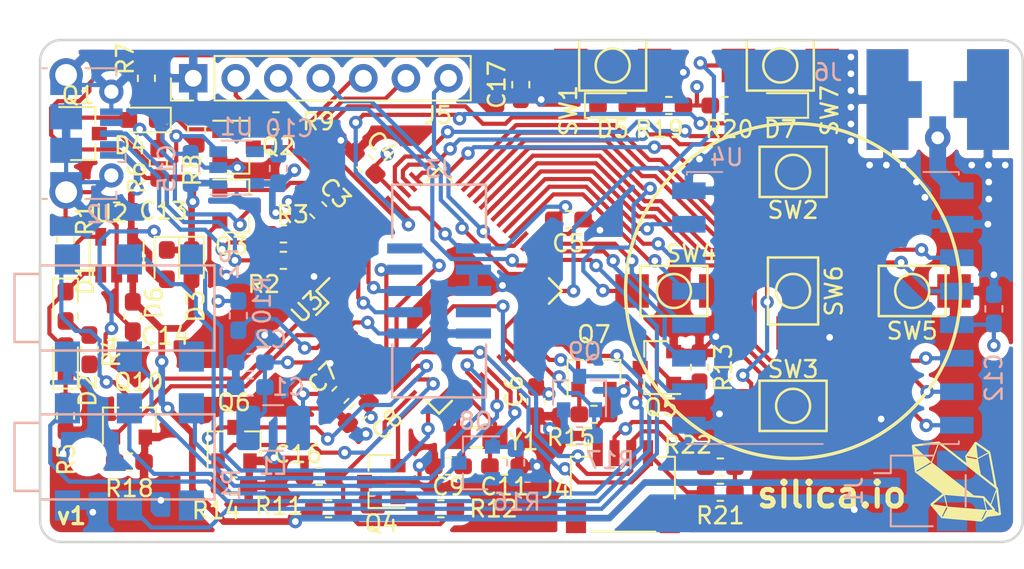
<source format=kicad_pcb>
(kicad_pcb (version 20171130) (host pcbnew 5.1.0)
  (layers (0 F.Cu signal) (1 In1.Cu signal) (2 In2.Cu signal) (31 B.Cu signal) (34 B.Paste user) (35 F.Paste user) (36 B.SilkS user) (37 F.SilkS user) (38 B.Mask user) (39 F.Mask user) (44 Edge.Cuts user))
  (net 0 "")
  (net 1 GND)
  (net 2 "Net-(C1-Pad1)")
  (net 3 /3V3)
  (net 4 "Net-(C9-Pad1)")
  (net 5 "Net-(C11-Pad1)")
  (net 6 "Net-(D1-Pad1)")
  (net 7 /VUSB)
  (net 8 /VBAT)
  (net 9 "Net-(D4-Pad2)")
  (net 10 "Net-(D5-Pad2)")
  (net 11 "Net-(J2-Pad2)")
  (net 12 "Net-(J2-Pad4)")
  (net 13 "Net-(J2-Pad3)")
  (net 14 /TMS)
  (net 15 /TCK)
  (net 16 /TDO)
  (net 17 /TDI)
  (net 18 /RST#)
  (net 19 "Net-(J3-Pad7)")
  (net 20 /SDA_RX)
  (net 21 /SCL_TX)
  (net 22 /SPI_SCK)
  (net 23 /SPI_MOSI)
  (net 24 /OLED_RES)
  (net 25 /OLED_DC)
  (net 26 /SPI_CS_OLED)
  (net 27 "Net-(L1-Pad2)")
  (net 28 /P1_SW)
  (net 29 /P1_T)
  (net 30 /P1_R2)
  (net 31 "Net-(P1-Pad5)")
  (net 32 /P1_R1)
  (net 33 /P2_R1)
  (net 34 "Net-(P2-Pad5)")
  (net 35 /P2_R2)
  (net 36 /P2_T)
  (net 37 /P2_SW)
  (net 38 "Net-(Q1-Pad3)")
  (net 39 /BTN_PW)
  (net 40 /PW_EN)
  (net 41 /VBAT_MEAS_CMD)
  (net 42 "Net-(Q4-Pad1)")
  (net 43 /P1_T_PD)
  (net 44 /P2_T_PD)
  (net 45 /P1_R1_PD)
  (net 46 /P2_R1_PD)
  (net 47 /P1_R2_PD)
  (net 48 /P2_R2_PD)
  (net 49 "Net-(R1-Pad1)")
  (net 50 /USB_D+)
  (net 51 /USB_D-)
  (net 52 "Net-(R10-Pad2)")
  (net 53 /VBAT_MEAS)
  (net 54 /BTN_UP)
  (net 55 /BTN_DOWN)
  (net 56 /BTN_LEFT)
  (net 57 /BTN_RIGHT)
  (net 58 /BTN_OK)
  (net 59 "Net-(U1-Pad4)")
  (net 60 /SPI_MISO)
  (net 61 /SPI_CS_LORA)
  (net 62 /LORA_RESET)
  (net 63 /LORA_DIO5)
  (net 64 /LORA_DIO3)
  (net 65 /LORA_DIO4)
  (net 66 /LORA_DIO0)
  (net 67 /LORA_DIO1)
  (net 68 /LORA_DIO2)
  (net 69 "Net-(J6-Pad2)")
  (net 70 "Net-(D2-Pad1)")
  (net 71 "Net-(D1-Pad2)")
  (net 72 /LDO_IN)
  (net 73 /BTN_TRIG)
  (net 74 "Net-(D7-Pad2)")
  (net 75 /LED_PW)
  (net 76 /LED_TRIG)
  (net 77 "Net-(C17-Pad2)")
  (module silver:jack_2.5_trrs (layer B.Cu) (at 135.636 109.982 270)
    (fp_text reference P1 (at 1.6764 -6.096 270) (layer B.SilkS) (effects (justify mirror)))
    (fp_text value jack_trrs_switch)
    (pad "" np_thru_hole circle (at 0 -2.5 270) (size 1.3 1.3) (drill 1.3) (layers *.Cu *.Mask))
    (pad "" np_thru_hole circle (at 0 2.5 270) (size 1.3 1.3) (drill 1.3) (layers *.Cu *.Mask))
    (pad 2 smd rect (at 2.9 3.7 270) (size 1.8 1.5) (layers B.Cu B.Paste B.Mask) (net 1 GND))
    (pad 4 smd rect (at 2.9 0 270) (size 1.8 1.5) (layers B.Cu B.Paste B.Mask) (net 32 /P1_R1))
    (pad 5 smd rect (at 2.9 -3.7 270) (size 1.8 1.5) (layers B.Cu B.Paste B.Mask) (net 31 "Net-(P1-Pad5)"))
    (pad 3 smd rect (at -2.9 3.7 270) (size 1.8 1.5) (layers B.Cu B.Paste B.Mask) (net 30 /P1_R2))
    (pad 6 smd rect (at -2.9 0 270) (size 1.8 1.5) (layers B.Cu B.Paste B.Mask) (net 29 /P1_T))
    (pad 7 smd rect (at -2.9 -3.7 270) (size 1.8 1.5) (layers B.Cu B.Paste B.Mask) (net 28 /P1_SW))
  )
  (module silver:jack_2.5_trrs (layer B.Cu) (at 135.636 101.092 270)
    (fp_text reference P2 (at -2.6416 -5.9944 90) (layer B.SilkS) (effects (justify mirror)))
    (fp_text value jack_trrs_switch)
    (pad "" np_thru_hole circle (at 0 -2.5 270) (size 1.3 1.3) (drill 1.3) (layers *.Cu *.Mask))
    (pad "" np_thru_hole circle (at 0 2.5 270) (size 1.3 1.3) (drill 1.3) (layers *.Cu *.Mask))
    (pad 2 smd rect (at 2.9 3.7 270) (size 1.8 1.5) (layers B.Cu B.Paste B.Mask) (net 1 GND))
    (pad 4 smd rect (at 2.9 0 270) (size 1.8 1.5) (layers B.Cu B.Paste B.Mask) (net 33 /P2_R1))
    (pad 5 smd rect (at 2.9 -3.7 270) (size 1.8 1.5) (layers B.Cu B.Paste B.Mask) (net 34 "Net-(P2-Pad5)"))
    (pad 3 smd rect (at -2.9 3.7 270) (size 1.8 1.5) (layers B.Cu B.Paste B.Mask) (net 35 /P2_R2))
    (pad 6 smd rect (at -2.9 0 270) (size 1.8 1.5) (layers B.Cu B.Paste B.Mask) (net 36 /P2_T))
    (pad 7 smd rect (at -2.9 -3.7 270) (size 1.8 1.5) (layers B.Cu B.Paste B.Mask) (net 37 /P2_SW))
  )
  (module silver:silica_logo_5mm (layer F.Cu) (at 185.0136 111.4552)
    (fp_text reference U5 hide)
    (fp_text value logo_silica hide)
  )
  (module Capacitor_SMD:C_0603_1608Metric_Pad1.05x0.95mm_HandSolder (layer F.Cu) (at 159.004 87.757 90)
    (fp_text reference C17 (at 0 -1.43 90) (layer F.SilkS))
    (fp_text value 100nF)
    (pad 1 smd roundrect (at -0.875 0 90) (size 1.05 0.95) (layers F.Cu F.Paste F.Mask) (net 1 GND))
    (pad 2 smd roundrect (at 0.875 0 90) (size 1.05 0.95) (layers F.Cu F.Paste F.Mask) (net 77 "Net-(C17-Pad2)"))
  )
  (module silver:USB_Micro-B_Molex-105017-0001 (layer B.Cu) (at 133.096 90.678 90)
    (fp_text reference J2 (at -4.826 0.8128 180) (layer B.SilkS) (effects (justify mirror)))
    (fp_text value USB_B_Micro)
    (pad 6 smd rect (at -2.9 -1.2375 90) (size 1.2 1.9) (layers B.Cu B.Mask) (net 1 GND))
    (pad 6 smd rect (at 2.9 -1.2375 90) (size 1.2 1.9) (layers B.Cu B.Mask) (net 1 GND))
    (pad 6 thru_hole circle (at 3.5 -1.2375 90) (size 2 2) (drill 1.3) (layers *.Cu *.Mask) (net 1 GND))
    (pad 6 thru_hole circle (at -3.5 -1.2375 270) (size 2 2) (drill 1.3) (layers *.Cu *.Mask) (net 1 GND))
    (pad 6 smd rect (at -1 -1.2375 90) (size 1.5 1.9) (layers B.Cu B.Paste B.Mask) (net 1 GND))
    (pad 6 thru_hole circle (at 2.5 1.4625 90) (size 1.45 1.45) (drill 0.85) (layers *.Cu *.Mask) (net 1 GND))
    (pad 3 smd rect (at 0 1.4625 90) (size 0.4 1.35) (layers B.Cu B.Paste B.Mask) (net 13 "Net-(J2-Pad3)"))
    (pad 4 smd rect (at 0.65 1.4625 90) (size 0.4 1.35) (layers B.Cu B.Paste B.Mask) (net 12 "Net-(J2-Pad4)"))
    (pad 5 smd rect (at 1.3 1.4625 90) (size 0.4 1.35) (layers B.Cu B.Paste B.Mask) (net 1 GND))
    (pad 1 smd rect (at -1.3 1.4625 90) (size 0.4 1.35) (layers B.Cu B.Paste B.Mask) (net 7 /VUSB))
    (pad 2 smd rect (at -0.65 1.4625 90) (size 0.4 1.35) (layers B.Cu B.Paste B.Mask) (net 11 "Net-(J2-Pad2)"))
    (pad 6 thru_hole circle (at -2.5 1.4625 90) (size 1.45 1.45) (drill 0.85) (layers *.Cu *.Mask) (net 1 GND))
    (pad 6 smd rect (at 1 -1.2375 90) (size 1.5 1.9) (layers B.Cu B.Paste B.Mask) (net 1 GND))
  )
  (module Resistor_SMD:R_0603_1608Metric_Pad1.05x0.95mm_HandSolder (layer F.Cu) (at 170.915201 112.094601)
    (fp_text reference R21 (at 0.001399 1.392599) (layer F.SilkS))
    (fp_text value NM)
    (pad 2 smd roundrect (at 0.875 0) (size 1.05 0.95) (layers F.Cu F.Paste F.Mask) (net 3 /3V3))
    (pad 1 smd roundrect (at -0.875 0) (size 1.05 0.95) (layers F.Cu F.Paste F.Mask) (net 21 /SCL_TX))
  )
  (module Resistor_SMD:R_0603_1608Metric_Pad1.05x0.95mm_HandSolder (layer F.Cu) (at 170.915201 110.584601 180)
    (fp_text reference R22 (at 1.929001 1.313801 180) (layer F.SilkS))
    (fp_text value NM)
    (pad 2 smd roundrect (at 0.875 0 180) (size 1.05 0.95) (layers F.Cu F.Paste F.Mask) (net 20 /SDA_RX))
    (pad 1 smd roundrect (at -0.875 0 180) (size 1.05 0.95) (layers F.Cu F.Paste F.Mask) (net 3 /3V3))
  )
  (module LED_SMD:LED_0603_1608Metric_Pad1.05x0.95mm_HandSolder (layer F.Cu) (at 174.498 89.0016 180)
    (fp_text reference D7 (at 0 -1.4224 180) (layer F.SilkS))
    (fp_text value GREEN)
    (pad 2 smd roundrect (at 0.875 0 180) (size 1.05 0.95) (layers F.Cu F.Paste F.Mask) (net 74 "Net-(D7-Pad2)"))
    (pad 1 smd roundrect (at -0.875 0 180) (size 1.05 0.95) (layers F.Cu F.Paste F.Mask) (net 76 /LED_TRIG))
  )
  (module Resistor_SMD:R_0603_1608Metric_Pad1.05x0.95mm_HandSolder (layer F.Cu) (at 171.196 89.0016)
    (fp_text reference R20 (at 0.254 1.4224) (layer F.SilkS))
    (fp_text value 470KR)
    (pad 2 smd roundrect (at 0.875 0) (size 1.05 0.95) (layers F.Cu F.Paste F.Mask) (net 74 "Net-(D7-Pad2)"))
    (pad 1 smd roundrect (at -0.875 0) (size 1.05 0.95) (layers F.Cu F.Paste F.Mask) (net 3 /3V3))
  )
  (module silver:pushbutton (layer F.Cu) (at 174.498 86.614)
    (fp_text reference SW7 (at 2.9464 2.6924 90) (layer F.SilkS))
    (fp_text value Push)
    (pad 2 smd rect (at 2.5 0) (size 2 2) (layers F.Cu F.Paste F.Mask) (net 1 GND))
    (pad 1 smd rect (at -2.5 0) (size 2 2) (layers F.Cu F.Paste F.Mask) (net 73 /BTN_TRIG))
  )
  (module Diode_SMD:D_0603_1608Metric_Pad1.05x0.95mm_HandSolder (layer F.Cu) (at 137.8712 98.5012 270)
    (fp_text reference D6 (at 2.286 0.762 270) (layer F.SilkS))
    (fp_text value D)
    (pad 2 smd roundrect (at 0.875 0 270) (size 1.05 0.95) (layers F.Cu F.Paste F.Mask) (net 7 /VUSB))
    (pad 1 smd roundrect (at -0.875 0 270) (size 1.05 0.95) (layers F.Cu F.Paste F.Mask) (net 72 /LDO_IN))
  )
  (module Capacitor_SMD:C_0603_1608Metric_Pad1.05x0.95mm_HandSolder (layer F.Cu) (at 134.874 95.3008)
    (fp_text reference C13 (at 2.794 0) (layer F.SilkS))
    (fp_text value 10uF)
    (pad 2 smd roundrect (at 0.875 0) (size 1.05 0.95) (layers F.Cu F.Paste F.Mask) (net 7 /VUSB))
    (pad 1 smd roundrect (at -0.875 0) (size 1.05 0.95) (layers F.Cu F.Paste F.Mask) (net 1 GND))
  )
  (module Capacitor_SMD:C_0603_1608Metric_Pad1.05x0.95mm_HandSolder (layer F.Cu) (at 135.8392 101.6 90)
    (fp_text reference C14 (at -1.1684 1.9304 180) (layer F.SilkS))
    (fp_text value 10uF)
    (pad 2 smd roundrect (at 0.875 0 90) (size 1.05 0.95) (layers F.Cu F.Paste F.Mask) (net 8 /VBAT))
    (pad 1 smd roundrect (at -0.875 0 90) (size 1.05 0.95) (layers F.Cu F.Paste F.Mask) (net 1 GND))
  )
  (module Capacitor_SMD:C_0603_1608Metric_Pad1.05x0.95mm_HandSolder (layer B.Cu) (at 139.2936 92.7608 270)
    (fp_text reference C15 (at 0 1.43 270) (layer B.SilkS) (effects (justify mirror)))
    (fp_text value 1uF)
    (pad 2 smd roundrect (at 0.875 0 270) (size 1.05 0.95) (layers B.Cu B.Paste B.Mask) (net 72 /LDO_IN))
    (pad 1 smd roundrect (at -0.875 0 270) (size 1.05 0.95) (layers B.Cu B.Paste B.Mask) (net 1 GND))
  )
  (module Capacitor_SMD:C_0603_1608Metric_Pad1.05x0.95mm_HandSolder (layer F.Cu) (at 146.9644 111.1504)
    (fp_text reference C16 (at -1.27 -1.3208) (layer F.SilkS))
    (fp_text value 100nF)
    (pad 2 smd roundrect (at 0.875 0) (size 1.05 0.95) (layers F.Cu F.Paste F.Mask) (net 53 /VBAT_MEAS))
    (pad 1 smd roundrect (at -0.875 0) (size 1.05 0.95) (layers F.Cu F.Paste F.Mask) (net 1 GND))
  )
  (module LED_SMD:LED_0603_1608Metric_Pad1.05x0.95mm_HandSolder (layer F.Cu) (at 164.4904 89.0016)
    (fp_text reference D5 (at 0 1.4224 180) (layer F.SilkS))
    (fp_text value BLUE)
    (pad 2 smd roundrect (at 0.875 0) (size 1.05 0.95) (layers F.Cu F.Paste F.Mask) (net 10 "Net-(D5-Pad2)"))
    (pad 1 smd roundrect (at -0.875 0) (size 1.05 0.95) (layers F.Cu F.Paste F.Mask) (net 75 /LED_PW))
  )
  (module Resistor_SMD:R_0603_1608Metric_Pad1.05x0.95mm_HandSolder (layer F.Cu) (at 167.8432 89.0016 180)
    (fp_text reference R19 (at 0.5588 -1.4224 180) (layer F.SilkS))
    (fp_text value 470KR)
    (pad 2 smd roundrect (at 0.875 0 180) (size 1.05 0.95) (layers F.Cu F.Paste F.Mask) (net 10 "Net-(D5-Pad2)"))
    (pad 1 smd roundrect (at -0.875 0 180) (size 1.05 0.95) (layers F.Cu F.Paste F.Mask) (net 3 /3V3))
  )
  (module Capacitor_SMD:C_0603_1608Metric_Pad1.05x0.95mm_HandSolder (layer B.Cu) (at 187.2488 101.1428 90)
    (fp_text reference C12 (at -4.1148 0 90) (layer B.SilkS) (effects (justify mirror)))
    (fp_text value 10uF)
    (pad 2 smd roundrect (at 0.875 0 90) (size 1.05 0.95) (layers B.Cu B.Paste B.Mask) (net 1 GND))
    (pad 1 smd roundrect (at -0.875 0 90) (size 1.05 0.95) (layers B.Cu B.Paste B.Mask) (net 3 /3V3))
  )
  (module Resistor_SMD:R_0603_1608Metric_Pad1.05x0.95mm_HandSolder (layer F.Cu) (at 133.2484 103.5812 270)
    (fp_text reference R4 (at 0.1016 -1.3208 270) (layer F.SilkS))
    (fp_text value 470KR)
    (pad 2 smd roundrect (at 0.875 0 270) (size 1.05 0.95) (layers F.Cu F.Paste F.Mask) (net 7 /VUSB))
    (pad 1 smd roundrect (at -0.875 0 270) (size 1.05 0.95) (layers F.Cu F.Paste F.Mask) (net 71 "Net-(D1-Pad2)"))
  )
  (module Package_TO_SOT_SMD:SOT-23 (layer F.Cu) (at 163.3728 104.9528 90)
    (fp_text reference Q7 (at 2.286 0 180) (layer F.SilkS))
    (fp_text value Q_NMOS)
    (pad 3 smd rect (at 1 0 90) (size 0.9 0.8) (layers F.Cu F.Paste F.Mask) (net 32 /P1_R1))
    (pad 2 smd rect (at -1 0.95 90) (size 0.9 0.8) (layers F.Cu F.Paste F.Mask) (net 1 GND))
    (pad 1 smd rect (at -1 -0.95 90) (size 0.9 0.8) (layers F.Cu F.Paste F.Mask) (net 45 /P1_R1_PD))
  )
  (module Resistor_SMD:R_0603_1608Metric_Pad1.05x0.95mm_HandSolder (layer F.Cu) (at 163.3728 107.442)
    (fp_text reference R15 (at -1.3716 1.3716) (layer F.SilkS))
    (fp_text value 22kR)
    (pad 2 smd roundrect (at 0.875 0) (size 1.05 0.95) (layers F.Cu F.Paste F.Mask) (net 1 GND))
    (pad 1 smd roundrect (at -0.875 0) (size 1.05 0.95) (layers F.Cu F.Paste F.Mask) (net 45 /P1_R1_PD))
  )
  (module silver:oled_screen (layer F.Cu) (at 139.446 87.376 90)
    (fp_text reference J5 (at -2.2098 14.605 180) (layer F.SilkS))
    (fp_text value Conn_01x07)
    (pad 7 thru_hole oval (at 0 15.24 90) (size 1.7 1.7) (drill 1) (layers *.Cu *.Mask) (net 26 /SPI_CS_OLED))
    (pad 6 thru_hole oval (at 0 12.7 90) (size 1.7 1.7) (drill 1) (layers *.Cu *.Mask) (net 25 /OLED_DC))
    (pad 5 thru_hole oval (at 0 10.16 90) (size 1.7 1.7) (drill 1) (layers *.Cu *.Mask) (net 24 /OLED_RES))
    (pad 4 thru_hole oval (at 0 7.62 90) (size 1.7 1.7) (drill 1) (layers *.Cu *.Mask) (net 23 /SPI_MOSI))
    (pad 3 thru_hole oval (at 0 5.08 90) (size 1.7 1.7) (drill 1) (layers *.Cu *.Mask) (net 22 /SPI_SCK))
    (pad 2 thru_hole oval (at 0 2.54 90) (size 1.7 1.7) (drill 1) (layers *.Cu *.Mask) (net 3 /3V3))
    (pad 1 thru_hole rect (at 0 0 90) (size 1.7 1.7) (drill 1) (layers *.Cu *.Mask) (net 1 GND))
  )
  (module Capacitor_SMD:C_0603_1608Metric_Pad1.05x0.95mm_HandSolder (layer B.Cu) (at 142.8496 105.8164 180)
    (fp_text reference C1 (at -2.286 0 180) (layer B.SilkS) (effects (justify mirror)))
    (fp_text value 100nF)
    (pad 2 smd roundrect (at 0.875 0 180) (size 1.05 0.95) (layers B.Cu B.Paste B.Mask) (net 1 GND))
    (pad 1 smd roundrect (at -0.875 0 180) (size 1.05 0.95) (layers B.Cu B.Paste B.Mask) (net 2 "Net-(C1-Pad1)"))
  )
  (module Capacitor_SMD:C_0603_1608Metric_Pad1.05x0.95mm_HandSolder (layer B.Cu) (at 142.8496 104.3432 180)
    (fp_text reference C2 (at -1.2192 1.3716 180) (layer B.SilkS) (effects (justify mirror)))
    (fp_text value 10uF)
    (pad 2 smd roundrect (at 0.875 0 180) (size 1.05 0.95) (layers B.Cu B.Paste B.Mask) (net 1 GND))
    (pad 1 smd roundrect (at -0.875 0 180) (size 1.05 0.95) (layers B.Cu B.Paste B.Mask) (net 2 "Net-(C1-Pad1)"))
  )
  (module Capacitor_SMD:C_0603_1608Metric_Pad1.05x0.95mm_HandSolder (layer F.Cu) (at 146.9136 95.25 315)
    (fp_text reference C3 (at 0 -1.43 315) (layer F.SilkS))
    (fp_text value 100nF)
    (pad 2 smd roundrect (at 0.874999 0 315) (size 1.05 0.95) (layers F.Cu F.Paste F.Mask) (net 3 /3V3))
    (pad 1 smd roundrect (at -0.874999 0 315) (size 1.05 0.95) (layers F.Cu F.Paste F.Mask) (net 1 GND))
  )
  (module Capacitor_SMD:C_0603_1608Metric_Pad1.05x0.95mm_HandSolder (layer F.Cu) (at 149.7076 92.456 315)
    (fp_text reference C4 (at 0 -1.43 315) (layer F.SilkS))
    (fp_text value 100nF)
    (pad 2 smd roundrect (at 0.874999 0 315) (size 1.05 0.95) (layers F.Cu F.Paste F.Mask) (net 3 /3V3))
    (pad 1 smd roundrect (at -0.874999 0 315) (size 1.05 0.95) (layers F.Cu F.Paste F.Mask) (net 1 GND))
  )
  (module Capacitor_SMD:C_0603_1608Metric_Pad1.05x0.95mm_HandSolder (layer F.Cu) (at 161.8488 95.8088 180)
    (fp_text reference C5 (at 0 -1.43 180) (layer F.SilkS))
    (fp_text value 100nF)
    (pad 2 smd roundrect (at 0.875 0 180) (size 1.05 0.95) (layers F.Cu F.Paste F.Mask) (net 3 /3V3))
    (pad 1 smd roundrect (at -0.875 0 180) (size 1.05 0.95) (layers F.Cu F.Paste F.Mask) (net 1 GND))
  )
  (module Capacitor_SMD:C_0603_1608Metric_Pad1.05x0.95mm_HandSolder (layer F.Cu) (at 159.9184 106.68 90)
    (fp_text reference C6 (at 0.6096 -1.3208 90) (layer F.SilkS))
    (fp_text value 100nF)
    (pad 2 smd roundrect (at 0.875 0 90) (size 1.05 0.95) (layers F.Cu F.Paste F.Mask) (net 3 /3V3))
    (pad 1 smd roundrect (at -0.875 0 90) (size 1.05 0.95) (layers F.Cu F.Paste F.Mask) (net 1 GND))
  )
  (module Capacitor_SMD:C_0603_1608Metric_Pad1.05x0.95mm_HandSolder (layer F.Cu) (at 148.2344 106.2736 45)
    (fp_text reference C7 (at 0 -1.43 45) (layer F.SilkS))
    (fp_text value 100nF)
    (pad 2 smd roundrect (at 0.874999 0 45) (size 1.05 0.95) (layers F.Cu F.Paste F.Mask) (net 3 /3V3))
    (pad 1 smd roundrect (at -0.874999 0 45) (size 1.05 0.95) (layers F.Cu F.Paste F.Mask) (net 1 GND))
  )
  (module Capacitor_SMD:C_0603_1608Metric_Pad1.05x0.95mm_HandSolder (layer F.Cu) (at 149.3012 107.3404 45)
    (fp_text reference C8 (at 0.71842 1.724209 45) (layer F.SilkS))
    (fp_text value 10uF)
    (pad 2 smd roundrect (at 0.874999 0 45) (size 1.05 0.95) (layers F.Cu F.Paste F.Mask) (net 3 /3V3))
    (pad 1 smd roundrect (at -0.874999 0 45) (size 1.05 0.95) (layers F.Cu F.Paste F.Mask) (net 1 GND))
  )
  (module Capacitor_SMD:C_0603_1608Metric_Pad1.05x0.95mm_HandSolder (layer F.Cu) (at 154.686 110.5408 180)
    (fp_text reference C9 (at 0 -1.2192 180) (layer F.SilkS))
    (fp_text value 12pF)
    (pad 2 smd roundrect (at 0.875 0 180) (size 1.05 0.95) (layers F.Cu F.Paste F.Mask) (net 1 GND))
    (pad 1 smd roundrect (at -0.875 0 180) (size 1.05 0.95) (layers F.Cu F.Paste F.Mask) (net 4 "Net-(C9-Pad1)"))
  )
  (module Capacitor_SMD:C_0603_1608Metric_Pad1.05x0.95mm_HandSolder (layer B.Cu) (at 144.526 92.7608 270)
    (fp_text reference C10 (at -2.3876 -0.6604) (layer B.SilkS) (effects (justify mirror)))
    (fp_text value 1uF)
    (pad 2 smd roundrect (at 0.875 0 270) (size 1.05 0.95) (layers B.Cu B.Paste B.Mask) (net 3 /3V3))
    (pad 1 smd roundrect (at -0.875 0 270) (size 1.05 0.95) (layers B.Cu B.Paste B.Mask) (net 1 GND))
  )
  (module Capacitor_SMD:C_0603_1608Metric_Pad1.05x0.95mm_HandSolder (layer F.Cu) (at 158.0388 110.5408)
    (fp_text reference C11 (at 0 1.2192) (layer F.SilkS))
    (fp_text value 12pF)
    (pad 2 smd roundrect (at 0.875 0) (size 1.05 0.95) (layers F.Cu F.Paste F.Mask) (net 1 GND))
    (pad 1 smd roundrect (at -0.875 0) (size 1.05 0.95) (layers F.Cu F.Paste F.Mask) (net 5 "Net-(C11-Pad1)"))
  )
  (module LED_SMD:LED_0603_1608Metric_Pad1.05x0.95mm_HandSolder (layer F.Cu) (at 131.826 100.9904 270)
    (fp_text reference D1 (at -1.6256 -1.1684 270) (layer F.SilkS))
    (fp_text value RED)
    (pad 2 smd roundrect (at 0.875 0 270) (size 1.05 0.95) (layers F.Cu F.Paste F.Mask) (net 71 "Net-(D1-Pad2)"))
    (pad 1 smd roundrect (at -0.875 0 270) (size 1.05 0.95) (layers F.Cu F.Paste F.Mask) (net 6 "Net-(D1-Pad1)"))
  )
  (module LED_SMD:LED_0603_1608Metric_Pad1.05x0.95mm_HandSolder (layer F.Cu) (at 131.826 104.2416 90)
    (fp_text reference D2 (at -1.778 1.3208 90) (layer F.SilkS))
    (fp_text value GREEN)
    (pad 2 smd roundrect (at 0.875 0 90) (size 1.05 0.95) (layers F.Cu F.Paste F.Mask) (net 6 "Net-(D1-Pad1)"))
    (pad 1 smd roundrect (at -0.875 0 90) (size 1.05 0.95) (layers F.Cu F.Paste F.Mask) (net 70 "Net-(D2-Pad1)"))
  )
  (module Diode_SMD:D_0603_1608Metric_Pad1.05x0.95mm_HandSolder (layer F.Cu) (at 139.3444 98.5012 270)
    (fp_text reference D3 (at 2.4892 -0.254 270) (layer F.SilkS))
    (fp_text value D)
    (pad 2 smd roundrect (at 0.875 0 270) (size 1.05 0.95) (layers F.Cu F.Paste F.Mask) (net 8 /VBAT))
    (pad 1 smd roundrect (at -0.875 0 270) (size 1.05 0.95) (layers F.Cu F.Paste F.Mask) (net 72 /LDO_IN))
  )
  (module Diode_SMD:D_0603_1608Metric_Pad1.05x0.95mm_HandSolder (layer F.Cu) (at 136.4488 89.8652 180)
    (fp_text reference D4 (at 0.762 -1.524 180) (layer F.SilkS))
    (fp_text value D)
    (pad 2 smd roundrect (at 0.875 0 180) (size 1.05 0.95) (layers F.Cu F.Paste F.Mask) (net 9 "Net-(D4-Pad2)"))
    (pad 1 smd roundrect (at -0.875 0 180) (size 1.05 0.95) (layers F.Cu F.Paste F.Mask) (net 77 "Net-(C17-Pad2)"))
  )
  (module Connector_JST:JST_SH_SM02B-SRSS-TB_1x02-1MP_P1.00mm_Horizontal (layer B.Cu) (at 182.88 112.014 270)
    (fp_text reference J1 (at 0 3.98 270) (layer B.SilkS) (effects (justify mirror)))
    (fp_text value Conn_01x02)
    (pad MP smd rect (at 1.8 -1.875 270) (size 1.2 1.8) (layers B.Cu B.Paste B.Mask))
    (pad MP smd rect (at -1.8 -1.875 270) (size 1.2 1.8) (layers B.Cu B.Paste B.Mask))
    (pad 2 smd rect (at 0.5 2 270) (size 0.6 1.55) (layers B.Cu B.Paste B.Mask) (net 1 GND))
    (pad 1 smd rect (at -0.5 2 270) (size 0.6 1.55) (layers B.Cu B.Paste B.Mask) (net 8 /VBAT))
  )
  (module silver:jtag_connector (layer B.Cu) (at 154.1272 100.076 180)
    (fp_text reference J3 (at 0 7.2644 180) (layer B.SilkS) (effects (justify mirror)))
    (fp_text value Conn_02x05_Odd_Even)
    (pad 1 smd rect (at -2.05 2.54 180) (size 2.1 0.6) (layers B.Cu B.Paste B.Mask) (net 3 /3V3))
    (pad 3 smd rect (at -2.05 1.27 180) (size 2.1 0.6) (layers B.Cu B.Paste B.Mask) (net 1 GND))
    (pad 5 smd rect (at -2.05 0 180) (size 2.1 0.6) (layers B.Cu B.Paste B.Mask) (net 1 GND))
    (pad 7 smd rect (at -2.05 -1.27 180) (size 2.1 0.6) (layers B.Cu B.Paste B.Mask) (net 19 "Net-(J3-Pad7)"))
    (pad 10 smd rect (at 2.05 -2.54 180) (size 2.1 0.6) (layers B.Cu B.Paste B.Mask) (net 18 /RST#))
    (pad 9 smd rect (at -2.05 -2.54 180) (size 2.1 0.6) (layers B.Cu B.Paste B.Mask) (net 1 GND))
    (pad 8 smd rect (at 2.05 -1.27 180) (size 2.1 0.6) (layers B.Cu B.Paste B.Mask) (net 17 /TDI))
    (pad 6 smd rect (at 2.05 0 180) (size 2.1 0.6) (layers B.Cu B.Paste B.Mask) (net 16 /TDO))
    (pad 4 smd rect (at 2.05 1.27 180) (size 2.1 0.6) (layers B.Cu B.Paste B.Mask) (net 15 /TCK))
    (pad 2 smd rect (at 2.05 2.54 180) (size 2.1 0.6) (layers B.Cu B.Paste B.Mask) (net 14 /TMS))
  )
  (module Connector_JST:JST_SH_SM04B-SRSS-TB_1x04-1MP_P1.00mm_Horizontal (layer F.Cu) (at 165.1 111.76)
    (fp_text reference J4 (at -4.0132 0.1778) (layer F.SilkS))
    (fp_text value Conn_01x04)
    (pad MP smd rect (at 2.8 1.875) (size 1.2 1.8) (layers F.Cu F.Paste F.Mask))
    (pad MP smd rect (at -2.8 1.875) (size 1.2 1.8) (layers F.Cu F.Paste F.Mask))
    (pad 4 smd rect (at 1.5 -2) (size 0.6 1.55) (layers F.Cu F.Paste F.Mask) (net 21 /SCL_TX))
    (pad 3 smd rect (at 0.5 -2) (size 0.6 1.55) (layers F.Cu F.Paste F.Mask) (net 20 /SDA_RX))
    (pad 2 smd rect (at -0.5 -2) (size 0.6 1.55) (layers F.Cu F.Paste F.Mask) (net 3 /3V3))
    (pad 1 smd rect (at -1.5 -2) (size 0.6 1.55) (layers F.Cu F.Paste F.Mask) (net 1 GND))
  )
  (module Inductor_SMD:L_1210_3225Metric_Pad1.42x2.65mm_HandSolder (layer B.Cu) (at 144.2212 108.2548)
    (fp_text reference L1 (at 0 2.28) (layer B.SilkS) (effects (justify mirror)))
    (fp_text value 22uH)
    (pad 2 smd roundrect (at 1.4875 0) (size 1.425 2.65) (layers B.Cu B.Paste B.Mask) (roundrect_rratio 0.175439) (net 27 "Net-(L1-Pad2)"))
    (pad 1 smd roundrect (at -1.4875 0) (size 1.425 2.65) (layers B.Cu B.Paste B.Mask) (roundrect_rratio 0.175439) (net 2 "Net-(C1-Pad1)"))
  )
  (module Package_TO_SOT_SMD:SOT-23 (layer F.Cu) (at 132.842 90.678)
    (fp_text reference Q1 (at -0.254 -2.286) (layer F.SilkS))
    (fp_text value Q_PMOS)
    (pad 3 smd rect (at 1 0) (size 0.9 0.8) (layers F.Cu F.Paste F.Mask) (net 38 "Net-(Q1-Pad3)"))
    (pad 2 smd rect (at -1 0.95) (size 0.9 0.8) (layers F.Cu F.Paste F.Mask) (net 72 /LDO_IN))
    (pad 1 smd rect (at -1 -0.95) (size 0.9 0.8) (layers F.Cu F.Paste F.Mask) (net 9 "Net-(D4-Pad2)"))
  )
  (module Package_TO_SOT_SMD:SOT-23 (layer F.Cu) (at 142.0368 91.4908)
    (fp_text reference Q2 (at 2.4892 -0.0508) (layer F.SilkS))
    (fp_text value Q_NMOS)
    (pad 3 smd rect (at 1 0) (size 0.9 0.8) (layers F.Cu F.Paste F.Mask) (net 39 /BTN_PW))
    (pad 2 smd rect (at -1 0.95) (size 0.9 0.8) (layers F.Cu F.Paste F.Mask) (net 1 GND))
    (pad 1 smd rect (at -1 -0.95) (size 0.9 0.8) (layers F.Cu F.Paste F.Mask) (net 77 "Net-(C17-Pad2)"))
  )
  (module Package_TO_SOT_SMD:SOT-23 (layer F.Cu) (at 142.0368 94.996)
    (fp_text reference Q3 (at -0.3048 2.3876) (layer F.SilkS))
    (fp_text value Q_NMOS)
    (pad 3 smd rect (at 1 0) (size 0.9 0.8) (layers F.Cu F.Paste F.Mask) (net 9 "Net-(D4-Pad2)"))
    (pad 2 smd rect (at -1 0.95) (size 0.9 0.8) (layers F.Cu F.Paste F.Mask) (net 1 GND))
    (pad 1 smd rect (at -1 -0.95) (size 0.9 0.8) (layers F.Cu F.Paste F.Mask) (net 40 /PW_EN))
  )
  (module Package_TO_SOT_SMD:SOT-23 (layer F.Cu) (at 150.6728 111.4552 180)
    (fp_text reference Q4 (at 0 -2.5 180) (layer F.SilkS))
    (fp_text value Q_NMOS_DGS)
    (pad 3 smd rect (at 1 0 180) (size 0.9 0.8) (layers F.Cu F.Paste F.Mask) (net 1 GND))
    (pad 2 smd rect (at -1 0.95 180) (size 0.9 0.8) (layers F.Cu F.Paste F.Mask) (net 41 /VBAT_MEAS_CMD))
    (pad 1 smd rect (at -1 -0.95 180) (size 0.9 0.8) (layers F.Cu F.Paste F.Mask) (net 42 "Net-(Q4-Pad1)"))
  )
  (module Package_TO_SOT_SMD:SOT-23 (layer F.Cu) (at 167.132 104.648 180)
    (fp_text reference Q5 (at -0.254 -2.3876 180) (layer F.SilkS))
    (fp_text value Q_NMOS)
    (pad 3 smd rect (at 1 0 180) (size 0.9 0.8) (layers F.Cu F.Paste F.Mask) (net 29 /P1_T))
    (pad 2 smd rect (at -1 0.95 180) (size 0.9 0.8) (layers F.Cu F.Paste F.Mask) (net 1 GND))
    (pad 1 smd rect (at -1 -0.95 180) (size 0.9 0.8) (layers F.Cu F.Paste F.Mask) (net 43 /P1_T_PD))
  )
  (module Package_TO_SOT_SMD:SOT-23 (layer F.Cu) (at 141.8844 109.22 90)
    (fp_text reference Q6 (at 2.4892 0 180) (layer F.SilkS))
    (fp_text value Q_NMOS)
    (pad 3 smd rect (at 1 0 90) (size 0.9 0.8) (layers F.Cu F.Paste F.Mask) (net 36 /P2_T))
    (pad 2 smd rect (at -1 0.95 90) (size 0.9 0.8) (layers F.Cu F.Paste F.Mask) (net 1 GND))
    (pad 1 smd rect (at -1 -0.95 90) (size 0.9 0.8) (layers F.Cu F.Paste F.Mask) (net 44 /P2_T_PD))
  )
  (module Package_TO_SOT_SMD:SOT-23 (layer B.Cu) (at 156.3116 110.3376 180)
    (fp_text reference Q8 (at 0 2.5 180) (layer B.SilkS) (effects (justify mirror)))
    (fp_text value Q_NMOS)
    (pad 3 smd rect (at 1 0 180) (size 0.9 0.8) (layers B.Cu B.Paste B.Mask) (net 33 /P2_R1))
    (pad 2 smd rect (at -1 -0.95 180) (size 0.9 0.8) (layers B.Cu B.Paste B.Mask) (net 1 GND))
    (pad 1 smd rect (at -1 0.95 180) (size 0.9 0.8) (layers B.Cu B.Paste B.Mask) (net 46 /P2_R1_PD))
  )
  (module Package_TO_SOT_SMD:SOT-23 (layer B.Cu) (at 162.5092 106.172 90)
    (fp_text reference Q9 (at 2.4892 0.3048 180) (layer B.SilkS) (effects (justify mirror)))
    (fp_text value Q_NMOS)
    (pad 3 smd rect (at 1 0 90) (size 0.9 0.8) (layers B.Cu B.Paste B.Mask) (net 30 /P1_R2))
    (pad 2 smd rect (at -1 -0.95 90) (size 0.9 0.8) (layers B.Cu B.Paste B.Mask) (net 1 GND))
    (pad 1 smd rect (at -1 0.95 90) (size 0.9 0.8) (layers B.Cu B.Paste B.Mask) (net 47 /P1_R2_PD))
  )
  (module Package_TO_SOT_SMD:SOT-23 (layer F.Cu) (at 135.636 107.7976 90)
    (fp_text reference Q10 (at 2.286 0.5588 180) (layer F.SilkS))
    (fp_text value Q_NMOS)
    (pad 3 smd rect (at 1 0 90) (size 0.9 0.8) (layers F.Cu F.Paste F.Mask) (net 35 /P2_R2))
    (pad 2 smd rect (at -1 0.95 90) (size 0.9 0.8) (layers F.Cu F.Paste F.Mask) (net 1 GND))
    (pad 1 smd rect (at -1 -0.95 90) (size 0.9 0.8) (layers F.Cu F.Paste F.Mask) (net 48 /P2_R2_PD))
  )
  (module Resistor_SMD:R_0603_1608Metric_Pad1.05x0.95mm_HandSolder (layer F.Cu) (at 131.826 97.028 90)
    (fp_text reference R1 (at 1.2192 1.1684 90) (layer F.SilkS))
    (fp_text value 10KR)
    (pad 2 smd roundrect (at 0.875 0 90) (size 1.05 0.95) (layers F.Cu F.Paste F.Mask) (net 1 GND))
    (pad 1 smd roundrect (at -0.875 0 90) (size 1.05 0.95) (layers F.Cu F.Paste F.Mask) (net 49 "Net-(R1-Pad1)"))
  )
  (module Resistor_SMD:R_0603_1608Metric_Pad1.05x0.95mm_HandSolder (layer F.Cu) (at 144.8308 98.2472 180)
    (fp_text reference R2 (at 1.1684 -1.43 180) (layer F.SilkS))
    (fp_text value 39R)
    (pad 2 smd roundrect (at 0.875 0 180) (size 1.05 0.95) (layers F.Cu F.Paste F.Mask) (net 13 "Net-(J2-Pad3)"))
    (pad 1 smd roundrect (at -0.875 0 180) (size 1.05 0.95) (layers F.Cu F.Paste F.Mask) (net 50 /USB_D+))
  )
  (module Resistor_SMD:R_0603_1608Metric_Pad1.05x0.95mm_HandSolder (layer F.Cu) (at 144.8308 96.6724 180)
    (fp_text reference R3 (at -0.5588 1.1684 180) (layer F.SilkS))
    (fp_text value 39R)
    (pad 2 smd roundrect (at 0.875 0 180) (size 1.05 0.95) (layers F.Cu F.Paste F.Mask) (net 11 "Net-(J2-Pad2)"))
    (pad 1 smd roundrect (at -0.875 0 180) (size 1.05 0.95) (layers F.Cu F.Paste F.Mask) (net 51 /USB_D-))
  )
  (module Resistor_SMD:R_0603_1608Metric_Pad1.05x0.95mm_HandSolder (layer F.Cu) (at 131.826 107.5436 90)
    (fp_text reference R5 (at -2.5908 0.0508 90) (layer F.SilkS))
    (fp_text value 470KR)
    (pad 2 smd roundrect (at 0.875 0 90) (size 1.05 0.95) (layers F.Cu F.Paste F.Mask) (net 70 "Net-(D2-Pad1)"))
    (pad 1 smd roundrect (at -0.875 0 90) (size 1.05 0.95) (layers F.Cu F.Paste F.Mask) (net 1 GND))
  )
  (module Resistor_SMD:R_0603_1608Metric_Pad1.05x0.95mm_HandSolder (layer F.Cu) (at 137.3632 92.456 90)
    (fp_text reference R6 (at -0.8636 -1.27 90) (layer F.SilkS))
    (fp_text value 22kR)
    (pad 2 smd roundrect (at 0.875 0 90) (size 1.05 0.95) (layers F.Cu F.Paste F.Mask) (net 77 "Net-(C17-Pad2)"))
    (pad 1 smd roundrect (at -0.875 0 90) (size 1.05 0.95) (layers F.Cu F.Paste F.Mask) (net 72 /LDO_IN))
  )
  (module Resistor_SMD:R_0603_1608Metric_Pad1.05x0.95mm_HandSolder (layer F.Cu) (at 136.652 87.376 270)
    (fp_text reference R7 (at -1.1684 1.27 270) (layer F.SilkS))
    (fp_text value 22kR)
    (pad 2 smd roundrect (at 0.875 0 270) (size 1.05 0.95) (layers F.Cu F.Paste F.Mask) (net 9 "Net-(D4-Pad2)"))
    (pad 1 smd roundrect (at -0.875 0 270) (size 1.05 0.95) (layers F.Cu F.Paste F.Mask) (net 72 /LDO_IN))
  )
  (module Resistor_SMD:R_0603_1608Metric_Pad1.05x0.95mm_HandSolder (layer F.Cu) (at 139.6492 90.424 270)
    (fp_text reference R8 (at 2.4384 0.254 270) (layer F.SilkS))
    (fp_text value 22kR)
    (pad 2 smd roundrect (at 0.875 0 270) (size 1.05 0.95) (layers F.Cu F.Paste F.Mask) (net 38 "Net-(Q1-Pad3)"))
    (pad 1 smd roundrect (at -0.875 0 270) (size 1.05 0.95) (layers F.Cu F.Paste F.Mask) (net 1 GND))
  )
  (module Resistor_SMD:R_0603_1608Metric_Pad1.05x0.95mm_HandSolder (layer F.Cu) (at 144.385 89.916)
    (fp_text reference R9 (at 2.54 0.0508) (layer F.SilkS))
    (fp_text value 22kR)
    (pad 2 smd roundrect (at 0.875 0) (size 1.05 0.95) (layers F.Cu F.Paste F.Mask) (net 39 /BTN_PW))
    (pad 1 smd roundrect (at -0.875 0) (size 1.05 0.95) (layers F.Cu F.Paste F.Mask) (net 3 /3V3))
  )
  (module Resistor_SMD:R_0603_1608Metric_Pad1.05x0.95mm_HandSolder (layer B.Cu) (at 142.1384 101.5492 270)
    (fp_text reference R10 (at -0.9144 -1.4224 270) (layer B.SilkS) (effects (justify mirror)))
    (fp_text value 82KR)
    (pad 2 smd roundrect (at 0.875 0 270) (size 1.05 0.95) (layers B.Cu B.Paste B.Mask) (net 52 "Net-(R10-Pad2)"))
    (pad 1 smd roundrect (at -0.875 0 270) (size 1.05 0.95) (layers B.Cu B.Paste B.Mask) (net 3 /3V3))
  )
  (module Resistor_SMD:R_0603_1608Metric_Pad1.05x0.95mm_HandSolder (layer F.Cu) (at 147.5232 113.0808)
    (fp_text reference R11 (at -2.9464 -0.1524) (layer F.SilkS))
    (fp_text value 1KR)
    (pad 2 smd roundrect (at 0.875 0) (size 1.05 0.95) (layers F.Cu F.Paste F.Mask) (net 53 /VBAT_MEAS))
    (pad 1 smd roundrect (at -0.875 0) (size 1.05 0.95) (layers F.Cu F.Paste F.Mask) (net 8 /VBAT))
  )
  (module Resistor_SMD:R_0603_1608Metric_Pad1.05x0.95mm_HandSolder (layer F.Cu) (at 154.2288 113.0808 180)
    (fp_text reference R12 (at -3.1496 0 180) (layer F.SilkS))
    (fp_text value 1KR)
    (pad 2 smd roundrect (at 0.875 0 180) (size 1.05 0.95) (layers F.Cu F.Paste F.Mask) (net 42 "Net-(Q4-Pad1)"))
    (pad 1 smd roundrect (at -0.875 0 180) (size 1.05 0.95) (layers F.Cu F.Paste F.Mask) (net 53 /VBAT_MEAS))
  )
  (module Resistor_SMD:R_0603_1608Metric_Pad1.05x0.95mm_HandSolder (layer F.Cu) (at 169.672 104.648 90)
    (fp_text reference R13 (at 0 1.4224 90) (layer F.SilkS))
    (fp_text value 22kR)
    (pad 2 smd roundrect (at 0.875 0 90) (size 1.05 0.95) (layers F.Cu F.Paste F.Mask) (net 1 GND))
    (pad 1 smd roundrect (at -0.875 0 90) (size 1.05 0.95) (layers F.Cu F.Paste F.Mask) (net 43 /P1_T_PD))
  )
  (module Resistor_SMD:R_0603_1608Metric_Pad1.05x0.95mm_HandSolder (layer F.Cu) (at 141.8844 111.7092)
    (fp_text reference R14 (at -1.0668 1.4732) (layer F.SilkS))
    (fp_text value 22kR)
    (pad 2 smd roundrect (at 0.875 0) (size 1.05 0.95) (layers F.Cu F.Paste F.Mask) (net 1 GND))
    (pad 1 smd roundrect (at -0.875 0) (size 1.05 0.95) (layers F.Cu F.Paste F.Mask) (net 44 /P2_T_PD))
  )
  (module Resistor_SMD:R_0603_1608Metric_Pad1.05x0.95mm_HandSolder (layer B.Cu) (at 158.6992 110.3376 270)
    (fp_text reference R16 (at 2.3368 -0.0508) (layer B.SilkS) (effects (justify mirror)))
    (fp_text value 22kR)
    (pad 2 smd roundrect (at 0.875 0 270) (size 1.05 0.95) (layers B.Cu B.Paste B.Mask) (net 1 GND))
    (pad 1 smd roundrect (at -0.875 0 270) (size 1.05 0.95) (layers B.Cu B.Paste B.Mask) (net 46 /P2_R1_PD))
  )
  (module Resistor_SMD:R_0603_1608Metric_Pad1.05x0.95mm_HandSolder (layer B.Cu) (at 162.5092 108.712 180)
    (fp_text reference R17 (at -1.8288 -1.4732 180) (layer B.SilkS) (effects (justify mirror)))
    (fp_text value 22kR)
    (pad 2 smd roundrect (at 0.875 0 180) (size 1.05 0.95) (layers B.Cu B.Paste B.Mask) (net 1 GND))
    (pad 1 smd roundrect (at -0.875 0 180) (size 1.05 0.95) (layers B.Cu B.Paste B.Mask) (net 47 /P1_R2_PD))
  )
  (module Resistor_SMD:R_0603_1608Metric_Pad1.05x0.95mm_HandSolder (layer F.Cu) (at 135.636 110.2868)
    (fp_text reference R18 (at 0 1.5748) (layer F.SilkS))
    (fp_text value 22kR)
    (pad 2 smd roundrect (at 0.875 0) (size 1.05 0.95) (layers F.Cu F.Paste F.Mask) (net 1 GND))
    (pad 1 smd roundrect (at -0.875 0) (size 1.05 0.95) (layers F.Cu F.Paste F.Mask) (net 48 /P2_R2_PD))
  )
  (module silver:pushbutton (layer F.Cu) (at 164.4904 86.614)
    (fp_text reference SW1 (at -2.6416 2.6924 90) (layer F.SilkS))
    (fp_text value Push)
    (pad 2 smd rect (at 2.5 0) (size 2 2) (layers F.Cu F.Paste F.Mask) (net 1 GND))
    (pad 1 smd rect (at -2.5 0) (size 2 2) (layers F.Cu F.Paste F.Mask) (net 77 "Net-(C17-Pad2)"))
  )
  (module silver:pushbutton (layer F.Cu) (at 175.26 92.964)
    (fp_text reference SW2 (at 0 2.286) (layer F.SilkS))
    (fp_text value SW_Push)
    (pad 2 smd rect (at 2.5 0) (size 2 2) (layers F.Cu F.Paste F.Mask) (net 1 GND))
    (pad 1 smd rect (at -2.5 0) (size 2 2) (layers F.Cu F.Paste F.Mask) (net 54 /BTN_UP))
  )
  (module silver:pushbutton (layer F.Cu) (at 175.26 106.934)
    (fp_text reference SW3 (at 0 -2.1844) (layer F.SilkS))
    (fp_text value SW_Push)
    (pad 2 smd rect (at 2.5 0) (size 2 2) (layers F.Cu F.Paste F.Mask) (net 1 GND))
    (pad 1 smd rect (at -2.5 0) (size 2 2) (layers F.Cu F.Paste F.Mask) (net 55 /BTN_DOWN))
  )
  (module silver:pushbutton (layer F.Cu) (at 168.148 100.076)
    (fp_text reference SW4 (at 1.016 -2.2352) (layer F.SilkS))
    (fp_text value SW_Push)
    (pad 2 smd rect (at 2.5 0) (size 2 2) (layers F.Cu F.Paste F.Mask) (net 1 GND))
    (pad 1 smd rect (at -2.5 0) (size 2 2) (layers F.Cu F.Paste F.Mask) (net 56 /BTN_LEFT))
  )
  (module silver:pushbutton (layer F.Cu) (at 182.372 100.076)
    (fp_text reference SW5 (at 0 2.3876) (layer F.SilkS))
    (fp_text value SW_Push)
    (pad 2 smd rect (at 2.5 0) (size 2 2) (layers F.Cu F.Paste F.Mask) (net 1 GND))
    (pad 1 smd rect (at -2.5 0) (size 2 2) (layers F.Cu F.Paste F.Mask) (net 57 /BTN_RIGHT))
  )
  (module silver:pushbutton (layer F.Cu) (at 175.26 100.076 270)
    (fp_text reference SW6 (at 0 -2.4384 270) (layer F.SilkS))
    (fp_text value SW_Push)
    (pad 2 smd rect (at 2.5 0 270) (size 2 2) (layers F.Cu F.Paste F.Mask) (net 1 GND))
    (pad 1 smd rect (at -2.5 0 270) (size 2 2) (layers F.Cu F.Paste F.Mask) (net 58 /BTN_OK))
  )
  (module Package_TO_SOT_SMD:SOT-23-5 (layer B.Cu) (at 142.0368 92.71)
    (fp_text reference U1 (at 0 -2.4384) (layer B.SilkS) (effects (justify mirror)))
    (fp_text value TLV70233_SOT23-5)
    (pad 5 smd rect (at 1.1 0.95) (size 1.06 0.65) (layers B.Cu B.Paste B.Mask) (net 3 /3V3))
    (pad 4 smd rect (at 1.1 -0.95) (size 1.06 0.65) (layers B.Cu B.Paste B.Mask) (net 59 "Net-(U1-Pad4)"))
    (pad 3 smd rect (at -1.1 -0.95) (size 1.06 0.65) (layers B.Cu B.Paste B.Mask) (net 38 "Net-(Q1-Pad3)"))
    (pad 2 smd rect (at -1.1 0) (size 1.06 0.65) (layers B.Cu B.Paste B.Mask) (net 1 GND))
    (pad 1 smd rect (at -1.1 0.95) (size 1.06 0.65) (layers B.Cu B.Paste B.Mask) (net 72 /LDO_IN))
  )
  (module Package_TO_SOT_SMD:SOT-23-5 (layer F.Cu) (at 134.874 97.9424 90)
    (fp_text reference U2 (at 2.4892 -0.3048 180) (layer F.SilkS))
    (fp_text value MCP73831-2-OT)
    (pad 5 smd rect (at 1.1 -0.95 90) (size 1.06 0.65) (layers F.Cu F.Paste F.Mask) (net 49 "Net-(R1-Pad1)"))
    (pad 4 smd rect (at 1.1 0.95 90) (size 1.06 0.65) (layers F.Cu F.Paste F.Mask) (net 7 /VUSB))
    (pad 3 smd rect (at -1.1 0.95 90) (size 1.06 0.65) (layers F.Cu F.Paste F.Mask) (net 8 /VBAT))
    (pad 2 smd rect (at -1.1 0 90) (size 1.06 0.65) (layers F.Cu F.Paste F.Mask) (net 1 GND))
    (pad 1 smd rect (at -1.1 -0.95 90) (size 1.06 0.65) (layers F.Cu F.Paste F.Mask) (net 6 "Net-(D1-Pad1)"))
  )
  (module Package_QFP:LQFP-64_10x10mm_P0.5mm (layer F.Cu) (at 154.1272 100.076 45)
    (fp_text reference U3 (at -6.250258 -4.885259 225) (layer F.SilkS))
    (fp_text value ATSAM4LSxB)
    (pad 64 smd rect (at -3.75 -5.7 135) (size 1 0.25) (layers F.Cu F.Paste F.Mask) (net 1 GND))
    (pad 63 smd rect (at -3.25 -5.7 135) (size 1 0.25) (layers F.Cu F.Paste F.Mask) (net 50 /USB_D+))
    (pad 62 smd rect (at -2.75 -5.7 135) (size 1 0.25) (layers F.Cu F.Paste F.Mask) (net 51 /USB_D-))
    (pad 61 smd rect (at -2.25 -5.7 135) (size 1 0.25) (layers F.Cu F.Paste F.Mask) (net 3 /3V3))
    (pad 60 smd rect (at -1.75 -5.7 135) (size 1 0.25) (layers F.Cu F.Paste F.Mask) (net 17 /TDI))
    (pad 59 smd rect (at -1.25 -5.7 135) (size 1 0.25) (layers F.Cu F.Paste F.Mask) (net 16 /TDO))
    (pad 58 smd rect (at -0.75 -5.7 135) (size 1 0.25) (layers F.Cu F.Paste F.Mask) (net 40 /PW_EN))
    (pad 57 smd rect (at -0.25 -5.7 135) (size 1 0.25) (layers F.Cu F.Paste F.Mask) (net 39 /BTN_PW))
    (pad 56 smd rect (at 0.25 -5.7 135) (size 1 0.25) (layers F.Cu F.Paste F.Mask) (net 24 /OLED_RES))
    (pad 55 smd rect (at 0.75 -5.7 135) (size 1 0.25) (layers F.Cu F.Paste F.Mask) (net 25 /OLED_DC))
    (pad 54 smd rect (at 1.25 -5.7 135) (size 1 0.25) (layers F.Cu F.Paste F.Mask) (net 75 /LED_PW))
    (pad 53 smd rect (at 1.75 -5.7 135) (size 1 0.25) (layers F.Cu F.Paste F.Mask) (net 76 /LED_TRIG))
    (pad 52 smd rect (at 2.25 -5.7 135) (size 1 0.25) (layers F.Cu F.Paste F.Mask) (net 3 /3V3))
    (pad 51 smd rect (at 2.75 -5.7 135) (size 1 0.25) (layers F.Cu F.Paste F.Mask) (net 64 /LORA_DIO3))
    (pad 50 smd rect (at 3.25 -5.7 135) (size 1 0.25) (layers F.Cu F.Paste F.Mask) (net 65 /LORA_DIO4))
    (pad 49 smd rect (at 3.75 -5.7 135) (size 1 0.25) (layers F.Cu F.Paste F.Mask) (net 54 /BTN_UP))
    (pad 48 smd rect (at 5.7 -3.75 45) (size 1 0.25) (layers F.Cu F.Paste F.Mask) (net 57 /BTN_RIGHT))
    (pad 47 smd rect (at 5.7 -3.25 45) (size 1 0.25) (layers F.Cu F.Paste F.Mask) (net 58 /BTN_OK))
    (pad 46 smd rect (at 5.7 -2.75 45) (size 1 0.25) (layers F.Cu F.Paste F.Mask) (net 55 /BTN_DOWN))
    (pad 45 smd rect (at 5.7 -2.25 45) (size 1 0.25) (layers F.Cu F.Paste F.Mask) (net 56 /BTN_LEFT))
    (pad 44 smd rect (at 5.7 -1.75 45) (size 1 0.25) (layers F.Cu F.Paste F.Mask) (net 66 /LORA_DIO0))
    (pad 43 smd rect (at 5.7 -1.25 45) (size 1 0.25) (layers F.Cu F.Paste F.Mask) (net 67 /LORA_DIO1))
    (pad 42 smd rect (at 5.7 -0.75 45) (size 1 0.25) (layers F.Cu F.Paste F.Mask) (net 68 /LORA_DIO2))
    (pad 41 smd rect (at 5.7 -0.25 45) (size 1 0.25) (layers F.Cu F.Paste F.Mask) (net 63 /LORA_DIO5))
    (pad 40 smd rect (at 5.7 0.25 45) (size 1 0.25) (layers F.Cu F.Paste F.Mask) (net 62 /LORA_RESET))
    (pad 39 smd rect (at 5.7 0.75 45) (size 1 0.25) (layers F.Cu F.Paste F.Mask) (net 61 /SPI_CS_LORA))
    (pad 38 smd rect (at 5.7 1.25 45) (size 1 0.25) (layers F.Cu F.Paste F.Mask) (net 26 /SPI_CS_OLED))
    (pad 37 smd rect (at 5.7 1.75 45) (size 1 0.25) (layers F.Cu F.Paste F.Mask) (net 3 /3V3))
    (pad 36 smd rect (at 5.7 2.25 45) (size 1 0.25) (layers F.Cu F.Paste F.Mask) (net 1 GND))
    (pad 35 smd rect (at 5.7 2.75 45) (size 1 0.25) (layers F.Cu F.Paste F.Mask) (net 22 /SPI_SCK))
    (pad 34 smd rect (at 5.7 3.25 45) (size 1 0.25) (layers F.Cu F.Paste F.Mask) (net 23 /SPI_MOSI))
    (pad 33 smd rect (at 5.7 3.75 45) (size 1 0.25) (layers F.Cu F.Paste F.Mask) (net 60 /SPI_MISO))
    (pad 32 smd rect (at 3.75 5.7 135) (size 1 0.25) (layers F.Cu F.Paste F.Mask) (net 43 /P1_T_PD))
    (pad 31 smd rect (at 3.25 5.7 135) (size 1 0.25) (layers F.Cu F.Paste F.Mask) (net 29 /P1_T))
    (pad 30 smd rect (at 2.75 5.7 135) (size 1 0.25) (layers F.Cu F.Paste F.Mask) (net 32 /P1_R1))
    (pad 29 smd rect (at 2.25 5.7 135) (size 1 0.25) (layers F.Cu F.Paste F.Mask) (net 45 /P1_R1_PD))
    (pad 28 smd rect (at 1.75 5.7 135) (size 1 0.25) (layers F.Cu F.Paste F.Mask) (net 30 /P1_R2))
    (pad 27 smd rect (at 1.25 5.7 135) (size 1 0.25) (layers F.Cu F.Paste F.Mask) (net 47 /P1_R2_PD))
    (pad 26 smd rect (at 0.75 5.7 135) (size 1 0.25) (layers F.Cu F.Paste F.Mask) (net 73 /BTN_TRIG))
    (pad 25 smd rect (at 0.25 5.7 135) (size 1 0.25) (layers F.Cu F.Paste F.Mask) (net 3 /3V3))
    (pad 24 smd rect (at -0.25 5.7 135) (size 1 0.25) (layers F.Cu F.Paste F.Mask) (net 3 /3V3))
    (pad 23 smd rect (at -0.75 5.7 135) (size 1 0.25) (layers F.Cu F.Paste F.Mask) (net 1 GND))
    (pad 22 smd rect (at -1.25 5.7 135) (size 1 0.25) (layers F.Cu F.Paste F.Mask) (net 46 /P2_R1_PD))
    (pad 21 smd rect (at -1.75 5.7 135) (size 1 0.25) (layers F.Cu F.Paste F.Mask) (net 33 /P2_R1))
    (pad 20 smd rect (at -2.25 5.7 135) (size 1 0.25) (layers F.Cu F.Paste F.Mask) (net 28 /P1_SW))
    (pad 19 smd rect (at -2.75 5.7 135) (size 1 0.25) (layers F.Cu F.Paste F.Mask) (net 37 /P2_SW))
    (pad 18 smd rect (at -3.25 5.7 135) (size 1 0.25) (layers F.Cu F.Paste F.Mask) (net 5 "Net-(C11-Pad1)"))
    (pad 17 smd rect (at -3.75 5.7 135) (size 1 0.25) (layers F.Cu F.Paste F.Mask) (net 4 "Net-(C9-Pad1)"))
    (pad 16 smd rect (at -5.7 3.75 45) (size 1 0.25) (layers F.Cu F.Paste F.Mask) (net 41 /VBAT_MEAS_CMD))
    (pad 15 smd rect (at -5.7 3.25 45) (size 1 0.25) (layers F.Cu F.Paste F.Mask) (net 53 /VBAT_MEAS))
    (pad 14 smd rect (at -5.7 2.75 45) (size 1 0.25) (layers F.Cu F.Paste F.Mask) (net 44 /P2_T_PD))
    (pad 13 smd rect (at -5.7 2.25 45) (size 1 0.25) (layers F.Cu F.Paste F.Mask) (net 36 /P2_T))
    (pad 12 smd rect (at -5.7 1.75 45) (size 1 0.25) (layers F.Cu F.Paste F.Mask) (net 21 /SCL_TX))
    (pad 11 smd rect (at -5.7 1.25 45) (size 1 0.25) (layers F.Cu F.Paste F.Mask) (net 20 /SDA_RX))
    (pad 10 smd rect (at -5.7 0.75 45) (size 1 0.25) (layers F.Cu F.Paste F.Mask) (net 14 /TMS))
    (pad 9 smd rect (at -5.7 0.25 45) (size 1 0.25) (layers F.Cu F.Paste F.Mask) (net 15 /TCK))
    (pad 8 smd rect (at -5.7 -0.25 45) (size 1 0.25) (layers F.Cu F.Paste F.Mask) (net 3 /3V3))
    (pad 7 smd rect (at -5.7 -0.75 45) (size 1 0.25) (layers F.Cu F.Paste F.Mask) (net 27 "Net-(L1-Pad2)"))
    (pad 6 smd rect (at -5.7 -1.25 45) (size 1 0.25) (layers F.Cu F.Paste F.Mask) (net 1 GND))
    (pad 5 smd rect (at -5.7 -1.75 45) (size 1 0.25) (layers F.Cu F.Paste F.Mask) (net 2 "Net-(C1-Pad1)"))
    (pad 4 smd rect (at -5.7 -2.25 45) (size 1 0.25) (layers F.Cu F.Paste F.Mask) (net 18 /RST#))
    (pad 3 smd rect (at -5.7 -2.75 45) (size 1 0.25) (layers F.Cu F.Paste F.Mask) (net 52 "Net-(R10-Pad2)"))
    (pad 2 smd rect (at -5.7 -3.25 45) (size 1 0.25) (layers F.Cu F.Paste F.Mask) (net 48 /P2_R2_PD))
    (pad 1 smd rect (at -5.7 -3.75 45) (size 1 0.25) (layers F.Cu F.Paste F.Mask) (net 35 /P2_R2))
  )
  (module RF_Module:HOPERF_RFM9XW_SMD (layer B.Cu) (at 177.038 101.092)
    (fp_text reference U4 (at -5.7404 -8.9916) (layer B.SilkS) (effects (justify mirror)))
    (fp_text value LoRa_RFM9x)
    (pad 16 smd rect (at 8 7) (size 2 1) (layers B.Cu B.Paste B.Mask) (net 68 /LORA_DIO2))
    (pad 15 smd rect (at 8 5) (size 2 1) (layers B.Cu B.Paste B.Mask) (net 67 /LORA_DIO1))
    (pad 14 smd rect (at 8 3) (size 2 1) (layers B.Cu B.Paste B.Mask) (net 66 /LORA_DIO0))
    (pad 13 smd rect (at 8 1) (size 2 1) (layers B.Cu B.Paste B.Mask) (net 3 /3V3))
    (pad 12 smd rect (at 8 -1) (size 2 1) (layers B.Cu B.Paste B.Mask) (net 65 /LORA_DIO4))
    (pad 11 smd rect (at 8 -3) (size 2 1) (layers B.Cu B.Paste B.Mask) (net 64 /LORA_DIO3))
    (pad 10 smd rect (at 8 -5) (size 2 1) (layers B.Cu B.Paste B.Mask) (net 1 GND))
    (pad 9 smd rect (at 8 -7) (size 2 1) (layers B.Cu B.Paste B.Mask) (net 69 "Net-(J6-Pad2)"))
    (pad 8 smd rect (at -8 -7) (size 2 1) (layers B.Cu B.Paste B.Mask) (net 1 GND))
    (pad 7 smd rect (at -8 -5) (size 2 1) (layers B.Cu B.Paste B.Mask) (net 63 /LORA_DIO5))
    (pad 6 smd rect (at -8 -3) (size 2 1) (layers B.Cu B.Paste B.Mask) (net 62 /LORA_RESET))
    (pad 5 smd rect (at -8 -1) (size 2 1) (layers B.Cu B.Paste B.Mask) (net 61 /SPI_CS_LORA))
    (pad 4 smd rect (at -8 1) (size 2 1) (layers B.Cu B.Paste B.Mask) (net 22 /SPI_SCK))
    (pad 3 smd rect (at -8 3) (size 2 1) (layers B.Cu B.Paste B.Mask) (net 23 /SPI_MOSI))
    (pad 2 smd rect (at -8 5) (size 2 1) (layers B.Cu B.Paste B.Mask) (net 60 /SPI_MISO))
    (pad 1 smd rect (at -8 7) (size 2 1) (layers B.Cu B.Paste B.Mask) (net 1 GND))
  )
  (module silver:quartz_abs06 (layer F.Cu) (at 156.3624 108.8136)
    (fp_text reference Y1 (at 2.794 0.254) (layer F.SilkS))
    (fp_text value Crystal_Small)
    (pad 2 smd rect (at 1.1 0) (size 1.5 1.4) (layers F.Cu F.Paste F.Mask) (net 5 "Net-(C11-Pad1)"))
    (pad 1 smd rect (at -1.1 0) (size 1.5 1.4) (layers F.Cu F.Paste F.Mask) (net 4 "Net-(C9-Pad1)"))
  )
  (module silver:antenna_sma_ufl (layer B.Cu) (at 183.896 88.646 180)
    (fp_text reference J6 (at 6.5532 1.6256 180) (layer B.SilkS) (effects (justify mirror)))
    (fp_text value Conn_01x02)
    (pad 2 thru_hole circle (at 0 -2.286 180) (size 1.524 1.524) (drill 0.762) (layers *.Cu *.Mask) (net 69 "Net-(J6-Pad2)"))
    (pad 1 smd rect (at -3 0 180) (size 2.5 6) (layers B.Cu B.Paste B.Mask) (net 1 GND))
    (pad 1 smd rect (at 3 0 180) (size 2.5 6) (layers B.Cu B.Paste B.Mask) (net 1 GND))
    (pad 2 smd rect (at 0 -2.5 180) (size 1 3) (layers B.Cu B.Paste B.Mask) (net 69 "Net-(J6-Pad2)"))
    (pad 1 smd rect (at 1.475 0 180) (size 1.05 2.2) (layers B.Cu B.Paste B.Mask) (net 1 GND))
    (pad 1 smd rect (at -1.475 0 180) (size 1.05 2.2) (layers B.Cu B.Paste B.Mask) (net 1 GND))
    (pad 1 smd rect (at -3 0 180) (size 2.5 6) (layers F.Cu F.Paste F.Mask) (net 1 GND))
    (pad 1 smd rect (at 3 0 180) (size 2.5 6) (layers F.Cu F.Paste F.Mask) (net 1 GND))
  )
  (gr_text v1 (at 132.1816 113.5126) (layer F.SilkS) (effects (font (size 1 1) (thickness 0.2))))
  (gr_text silica.io (at 177.5714 112.2426) (layer F.SilkS) (effects (font (size 1.5 1.5) (thickness 0.3))))
  (gr_line (start 187.706 115.062) (end 131.572 115.062) (layer Edge.Cuts) (width 0.15))
  (gr_line (start 131.572 85.09) (end 187.706 85.09) (layer Edge.Cuts) (width 0.15))
  (gr_line (start 130.302 113.792) (end 130.302 86.36) (layer Edge.Cuts) (width 0.15))
  (gr_line (start 188.976 86.36) (end 188.976 113.792) (layer Edge.Cuts) (width 0.15))
  (gr_arc (start 187.706 113.792) (end 187.706 115.062) (angle -90) (layer Edge.Cuts) (width 0.15))
  (gr_arc (start 187.706 86.36) (end 187.706 85.09) (angle 90) (layer Edge.Cuts) (width 0.15))
  (gr_arc (start 131.572 86.36) (end 131.572 85.09) (angle -90) (layer Edge.Cuts) (width 0.15))
  (gr_arc (start 131.572 113.792) (end 131.572 115.062) (angle 90) (layer Edge.Cuts) (width 0.15))
  (gr_circle (center 175.26 100.076) (end 185.26 100.076) (layer F.SilkS) (width 0.2))
  (segment (start 131.826 94.2105) (end 131.8585 94.178) (width 0.25) (layer F.Cu) (net 1))
  (segment (start 131.826 96.153) (end 131.826 94.2105) (width 0.25) (layer F.Cu) (net 1))
  (segment (start 133.6496 94.178) (end 131.8585 94.178) (width 0.25) (layer F.Cu) (net 1))
  (segment (start 134.5585 93.2691) (end 133.6496 94.178) (width 0.25) (layer F.Cu) (net 1))
  (segment (start 134.5585 93.178) (end 134.5585 93.2691) (width 0.25) (layer F.Cu) (net 1))
  (segment (start 131.8585 93.578) (end 131.8585 91.678) (width 0.25) (layer B.Cu) (net 1))
  (segment (start 131.8585 91.678) (end 131.8585 89.678) (width 0.25) (layer B.Cu) (net 1))
  (segment (start 131.8585 89.678) (end 131.8585 87.778) (width 0.25) (layer B.Cu) (net 1))
  (segment (start 139.446 89.3458) (end 139.446 87.376) (width 0.25) (layer F.Cu) (net 1))
  (segment (start 139.6492 89.549) (end 139.446 89.3458) (width 0.25) (layer F.Cu) (net 1))
  (segment (start 134.1585 87.778) (end 131.8585 87.778) (width 0.25) (layer B.Cu) (net 1))
  (segment (start 134.5585 88.178) (end 134.1585 87.778) (width 0.25) (layer B.Cu) (net 1))
  (segment (start 134.1585 93.578) (end 134.5585 93.178) (width 0.25) (layer B.Cu) (net 1))
  (segment (start 131.8585 93.578) (end 134.1585 93.578) (width 0.25) (layer B.Cu) (net 1))
  (segment (start 134.5585 89.378) (end 134.5585 88.178) (width 0.25) (layer B.Cu) (net 1))
  (segment (start 159.748699 97.636482) (end 160.712781 96.6724) (width 0.25) (layer F.Cu) (net 1))
  (segment (start 161.8602 96.6724) (end 162.7238 95.8088) (width 0.25) (layer F.Cu) (net 1))
  (segment (start 160.712781 96.6724) (end 161.8602 96.6724) (width 0.25) (layer F.Cu) (net 1))
  (via (at 146.6596 99.2124) (size 0.8) (drill 0.4) (layers F.Cu B.Cu) (net 1))
  (segment (start 147.445041 98.697142) (end 147.174858 98.697142) (width 0.25) (layer F.Cu) (net 1))
  (segment (start 147.174858 98.697142) (end 146.6596 99.2124) (width 0.25) (layer F.Cu) (net 1))
  (via (at 147.6248 104.394) (size 0.8) (drill 0.4) (layers F.Cu B.Cu) (net 1))
  (segment (start 149.212808 103.222625) (end 148.041433 104.394) (width 0.25) (layer F.Cu) (net 1))
  (segment (start 148.041433 104.394) (end 147.6248 104.394) (width 0.25) (layer F.Cu) (net 1))
  (segment (start 147.6248 104.394) (end 146.7104 105.3084) (width 0.25) (layer F.Cu) (net 1))
  (segment (start 146.7104 105.3084) (end 145.8468 105.3084) (width 0.25) (layer F.Cu) (net 1))
  (segment (start 145.8468 105.3084) (end 145.2372 105.918) (width 0.25) (layer F.Cu) (net 1))
  (segment (start 145.2372 105.918) (end 145.2372 106.5784) (width 0.25) (layer F.Cu) (net 1))
  (segment (start 145.2372 106.5784) (end 145.7452 107.0864) (width 0.25) (layer F.Cu) (net 1))
  (segment (start 147.4216 107.0864) (end 147.615682 106.892318) (width 0.25) (layer F.Cu) (net 1))
  (segment (start 145.7452 107.0864) (end 147.4216 107.0864) (width 0.25) (layer F.Cu) (net 1))
  (segment (start 147.615682 106.892318) (end 148.682482 107.959118) (width 0.25) (layer F.Cu) (net 1))
  (via (at 148.2598 91.0844) (size 0.8) (drill 0.4) (layers F.Cu B.Cu) (net 1))
  (segment (start 149.088882 91.837282) (end 148.336 91.0844) (width 0.25) (layer F.Cu) (net 1))
  (segment (start 148.336 91.0844) (end 148.2598 91.0844) (width 0.25) (layer F.Cu) (net 1))
  (segment (start 148.682482 107.959118) (end 149.333764 108.6104) (width 0.25) (layer F.Cu) (net 1))
  (via (at 149.7584 108.6104) (size 0.8) (drill 0.4) (layers F.Cu B.Cu) (net 1))
  (segment (start 149.333764 108.6104) (end 149.7584 108.6104) (width 0.25) (layer F.Cu) (net 1))
  (segment (start 156.1772 98.806) (end 156.1772 100.076) (width 0.25) (layer B.Cu) (net 1))
  (via (at 163.7284 96.4438) (size 0.8) (drill 0.4) (layers F.Cu B.Cu) (net 1))
  (segment (start 162.7238 95.8088) (end 163.0934 95.8088) (width 0.25) (layer F.Cu) (net 1))
  (segment (start 163.0934 95.8088) (end 163.7284 96.4438) (width 0.25) (layer F.Cu) (net 1))
  (via (at 157.9118 99.7458) (size 0.8) (drill 0.4) (layers F.Cu B.Cu) (net 1))
  (segment (start 156.1772 98.806) (end 156.972 98.806) (width 0.25) (layer B.Cu) (net 1))
  (segment (start 156.972 98.806) (end 157.9118 99.7458) (width 0.25) (layer B.Cu) (net 1))
  (via (at 187.2488 99.1108) (size 0.8) (drill 0.4) (layers F.Cu B.Cu) (net 1))
  (segment (start 187.2488 100.2678) (end 187.2488 99.1108) (width 0.25) (layer B.Cu) (net 1))
  (segment (start 185.038 96.092) (end 186.8894 96.092) (width 0.25) (layer B.Cu) (net 1))
  (via (at 186.8932 96.0882) (size 0.8) (drill 0.4) (layers F.Cu B.Cu) (net 1))
  (segment (start 186.8894 96.092) (end 186.8932 96.0882) (width 0.25) (layer B.Cu) (net 1))
  (segment (start 175.26 102.576) (end 177.1758 102.576) (width 0.25) (layer F.Cu) (net 1))
  (via (at 177.4444 102.8446) (size 0.8) (drill 0.4) (layers F.Cu B.Cu) (net 1))
  (segment (start 177.1758 102.576) (end 177.4444 102.8446) (width 0.25) (layer F.Cu) (net 1))
  (via (at 178.7144 86.106) (size 0.8) (drill 0.4) (layers F.Cu B.Cu) (net 1))
  (via (at 178.7144 87.106) (size 0.8) (drill 0.4) (layers F.Cu B.Cu) (net 1))
  (via (at 178.7144 88.106) (size 0.8) (drill 0.4) (layers F.Cu B.Cu) (net 1))
  (via (at 178.7144 89.106) (size 0.8) (drill 0.4) (layers F.Cu B.Cu) (net 1))
  (via (at 178.7144 90.106) (size 0.8) (drill 0.4) (layers F.Cu B.Cu) (net 1))
  (via (at 178.7144 91.106) (size 0.8) (drill 0.4) (layers F.Cu B.Cu) (net 1))
  (via (at 185.928 92.5576) (size 0.8) (drill 0.4) (layers F.Cu B.Cu) (net 1))
  (via (at 179.832 92.5576) (size 0.8) (drill 0.4) (layers F.Cu B.Cu) (net 1))
  (via (at 180.832 92.5576) (size 0.8) (drill 0.4) (layers F.Cu B.Cu) (net 1))
  (via (at 181.832 92.5576) (size 0.8) (drill 0.4) (layers F.Cu B.Cu) (net 1))
  (via (at 186.928 92.5576) (size 0.8) (drill 0.4) (layers F.Cu B.Cu) (net 1))
  (via (at 187.928 92.5576) (size 0.8) (drill 0.4) (layers F.Cu B.Cu) (net 1))
  (via (at 182.626 93.5736) (size 0.8) (drill 0.4) (layers F.Cu B.Cu) (net 1))
  (via (at 183.134 94.488) (size 0.8) (drill 0.4) (layers F.Cu B.Cu) (net 1))
  (via (at 183.134 94.488) (size 0.8) (drill 0.4) (layers F.Cu B.Cu) (net 1))
  (via (at 186.944 93.5736) (size 0.8) (drill 0.4) (layers F.Cu B.Cu) (net 1))
  (via (at 186.944 94.5896) (size 0.8) (drill 0.4) (layers F.Cu B.Cu) (net 1))
  (via (at 169.672 92.202) (size 0.8) (drill 0.4) (layers F.Cu B.Cu) (net 1))
  (segment (start 169.038 94.092) (end 169.038 92.836) (width 0.25) (layer B.Cu) (net 1))
  (segment (start 169.038 92.836) (end 169.672 92.202) (width 0.25) (layer B.Cu) (net 1))
  (segment (start 170.648 102.797) (end 170.648 102.797) (width 0.25) (layer F.Cu) (net 1))
  (segment (start 170.648 100.076) (end 170.648 102.797) (width 0.25) (layer F.Cu) (net 1))
  (segment (start 169.597 103.698) (end 169.672 103.773) (width 0.25) (layer F.Cu) (net 1))
  (segment (start 168.132 103.698) (end 169.597 103.698) (width 0.25) (layer F.Cu) (net 1))
  (segment (start 170.648 102.797) (end 169.672 103.773) (width 0.25) (layer F.Cu) (net 1))
  (via (at 170.648 102.797) (size 0.8) (drill 0.4) (layers F.Cu B.Cu) (net 1))
  (segment (start 164.2478 106.0278) (end 164.3228 105.9528) (width 0.25) (layer F.Cu) (net 1))
  (segment (start 164.2478 107.442) (end 164.2478 106.0278) (width 0.25) (layer F.Cu) (net 1))
  (segment (start 157.627379 104.636839) (end 158.9024 105.91186) (width 0.25) (layer F.Cu) (net 1))
  (segment (start 158.9024 106.539) (end 159.9184 107.555) (width 0.25) (layer F.Cu) (net 1))
  (segment (start 158.9024 105.91186) (end 158.9024 106.539) (width 0.25) (layer F.Cu) (net 1))
  (segment (start 161.5592 108.637) (end 161.6342 108.712) (width 0.25) (layer B.Cu) (net 1))
  (segment (start 161.5592 107.172) (end 161.5592 108.637) (width 0.25) (layer B.Cu) (net 1))
  (segment (start 163.6 108.0898) (end 164.2478 107.442) (width 0.25) (layer F.Cu) (net 1))
  (segment (start 163.6 109.76) (end 163.6 108.0898) (width 0.25) (layer F.Cu) (net 1))
  (segment (start 159.9184 107.555) (end 159.9806 107.555) (width 0.25) (layer F.Cu) (net 1))
  (via (at 160.7312 108.3056) (size 0.8) (drill 0.4) (layers F.Cu B.Cu) (net 1))
  (segment (start 159.9806 107.555) (end 160.7312 108.3056) (width 0.25) (layer F.Cu) (net 1))
  (segment (start 161.1376 108.712) (end 161.6342 108.712) (width 0.25) (layer B.Cu) (net 1))
  (segment (start 160.7312 108.3056) (end 161.1376 108.712) (width 0.25) (layer B.Cu) (net 1))
  (via (at 159.9692 110.5408) (size 0.8) (drill 0.4) (layers F.Cu B.Cu) (net 1))
  (segment (start 158.9138 110.5408) (end 159.9692 110.5408) (width 0.25) (layer F.Cu) (net 1))
  (segment (start 158.6242 111.2876) (end 157.3116 111.2876) (width 0.25) (layer B.Cu) (net 1))
  (segment (start 158.6992 111.2126) (end 158.6242 111.2876) (width 0.25) (layer B.Cu) (net 1))
  (segment (start 153.811 110.5408) (end 153.0096 110.5408) (width 0.25) (layer F.Cu) (net 1))
  (via (at 152.9588 110.49) (size 0.8) (drill 0.4) (layers F.Cu B.Cu) (net 1))
  (segment (start 153.0096 110.5408) (end 152.9588 110.49) (width 0.25) (layer F.Cu) (net 1))
  (via (at 133.4516 113.284) (size 0.8) (drill 0.4) (layers F.Cu B.Cu) (net 1))
  (segment (start 131.936 112.882) (end 133.0496 112.882) (width 0.25) (layer B.Cu) (net 1))
  (segment (start 133.0496 112.882) (end 133.4516 113.284) (width 0.25) (layer B.Cu) (net 1))
  (segment (start 142.8344 111.6342) (end 142.7594 111.7092) (width 0.25) (layer F.Cu) (net 1))
  (segment (start 142.8344 110.22) (end 142.8344 111.6342) (width 0.25) (layer F.Cu) (net 1))
  (segment (start 136.511 110.2868) (end 136.511 108.8726) (width 0.25) (layer F.Cu) (net 1))
  (via (at 145.1356 94.742) (size 0.8) (drill 0.4) (layers F.Cu B.Cu) (net 1))
  (segment (start 146.294882 94.631282) (end 145.246318 94.631282) (width 0.25) (layer F.Cu) (net 1))
  (segment (start 145.246318 94.631282) (end 145.1356 94.742) (width 0.25) (layer F.Cu) (net 1))
  (segment (start 141.9746 105.8164) (end 141.9746 104.3432) (width 0.25) (layer B.Cu) (net 1))
  (segment (start 141.9746 104.3432) (end 141.986 104.3432) (width 0.25) (layer B.Cu) (net 1))
  (segment (start 141.986 104.3432) (end 143.6116 102.7176) (width 0.25) (layer B.Cu) (net 1))
  (via (at 143.7132 102.7176) (size 0.8) (drill 0.4) (layers F.Cu B.Cu) (net 1))
  (segment (start 143.6116 102.7176) (end 143.7132 102.7176) (width 0.25) (layer B.Cu) (net 1))
  (segment (start 140.1178 92.71) (end 139.2936 91.8858) (width 0.25) (layer B.Cu) (net 1))
  (segment (start 140.9368 92.71) (end 140.1178 92.71) (width 0.25) (layer B.Cu) (net 1))
  (segment (start 139.2936 91.8858) (end 138.4186 91.8858) (width 0.25) (layer B.Cu) (net 1))
  (segment (start 138.4186 91.8858) (end 137.6172 91.0844) (width 0.25) (layer B.Cu) (net 1))
  (segment (start 137.6172 91.0844) (end 137.6172 90.5764) (width 0.25) (layer B.Cu) (net 1))
  (segment (start 139.446 88.7476) (end 139.446 87.376) (width 0.25) (layer B.Cu) (net 1))
  (segment (start 137.6172 90.5764) (end 139.446 88.7476) (width 0.25) (layer B.Cu) (net 1))
  (segment (start 131.936 103.992) (end 131.936 104.6056) (width 0.25) (layer B.Cu) (net 1))
  (segment (start 131.936 104.6056) (end 133.2484 105.918) (width 0.25) (layer B.Cu) (net 1))
  (segment (start 131.826 108.5088) (end 131.826 108.4186) (width 0.25) (layer F.Cu) (net 1))
  (via (at 144.272 110.0328) (size 0.8) (drill 0.4) (layers F.Cu B.Cu) (net 1))
  (segment (start 142.8344 110.22) (end 144.0848 110.22) (width 0.25) (layer F.Cu) (net 1))
  (segment (start 144.0848 110.22) (end 144.272 110.0328) (width 0.25) (layer F.Cu) (net 1))
  (via (at 168.7068 87.0204) (size 0.8) (drill 0.4) (layers F.Cu B.Cu) (net 1))
  (segment (start 166.9904 86.614) (end 168.3004 86.614) (width 0.25) (layer F.Cu) (net 1))
  (segment (start 168.3004 86.614) (end 168.7068 87.0204) (width 0.25) (layer F.Cu) (net 1))
  (segment (start 141.0368 95.946) (end 140.9852 95.946) (width 0.25) (layer F.Cu) (net 1))
  (segment (start 141.0368 95.946) (end 140.4112 96.5716) (width 0.25) (layer F.Cu) (net 1))
  (segment (start 140.4112 96.5716) (end 140.4112 98.4504) (width 0.25) (layer F.Cu) (net 1))
  (via (at 141.4272 99.2124) (size 0.8) (drill 0.4) (layers F.Cu B.Cu) (net 1))
  (segment (start 140.4112 98.4504) (end 141.1732 99.2124) (width 0.25) (layer F.Cu) (net 1))
  (segment (start 141.1732 99.2124) (end 141.4272 99.2124) (width 0.25) (layer F.Cu) (net 1))
  (segment (start 134.874 96.1758) (end 133.999 95.3008) (width 0.25) (layer F.Cu) (net 1))
  (segment (start 134.874 99.0424) (end 134.874 96.1758) (width 0.25) (layer F.Cu) (net 1))
  (segment (start 133.999 94.5274) (end 133.6496 94.178) (width 0.25) (layer F.Cu) (net 1))
  (segment (start 133.999 95.3008) (end 133.999 94.5274) (width 0.25) (layer F.Cu) (net 1))
  (segment (start 149.6728 111.4552) (end 152.7048 111.4552) (width 0.25) (layer F.Cu) (net 1))
  (segment (start 152.9588 111.2012) (end 152.9588 110.49) (width 0.25) (layer F.Cu) (net 1))
  (segment (start 152.7048 111.4552) (end 152.9588 111.2012) (width 0.25) (layer F.Cu) (net 1))
  (via (at 142.0876 92.71) (size 0.8) (drill 0.4) (layers F.Cu B.Cu) (net 1))
  (segment (start 141.0368 92.4408) (end 141.8184 92.4408) (width 0.25) (layer F.Cu) (net 1))
  (segment (start 141.8184 92.4408) (end 142.0876 92.71) (width 0.25) (layer F.Cu) (net 1))
  (segment (start 142.0876 92.71) (end 140.9368 92.71) (width 0.25) (layer B.Cu) (net 1))
  (segment (start 182.421 88.646) (end 180.896 88.646) (width 0.25) (layer B.Cu) (net 1))
  (segment (start 185.371 88.646) (end 186.896 88.646) (width 0.25) (layer B.Cu) (net 1))
  (via (at 170.8658 107.4166) (size 0.8) (drill 0.4) (layers F.Cu B.Cu) (net 1))
  (segment (start 169.038 108.092) (end 170.1904 108.092) (width 0.25) (layer B.Cu) (net 1))
  (segment (start 170.1904 108.092) (end 170.8658 107.4166) (width 0.25) (layer B.Cu) (net 1))
  (segment (start 180.88 112.514) (end 181.9228 112.514) (width 0.25) (layer B.Cu) (net 1))
  (segment (start 181.9228 112.514) (end 182.1688 112.268) (width 0.25) (layer B.Cu) (net 1))
  (via (at 180.5178 107.7214) (size 0.8) (drill 0.4) (layers F.Cu B.Cu) (net 1))
  (segment (start 182.1688 112.268) (end 182.1688 109.3724) (width 0.25) (layer B.Cu) (net 1))
  (segment (start 182.1688 109.3724) (end 180.5178 107.7214) (width 0.25) (layer B.Cu) (net 1))
  (segment (start 179.7304 106.934) (end 177.76 106.934) (width 0.25) (layer F.Cu) (net 1))
  (segment (start 180.5178 107.7214) (end 179.7304 106.934) (width 0.25) (layer F.Cu) (net 1))
  (via (at 165.1508 106.045) (size 0.8) (drill 0.4) (layers F.Cu B.Cu) (net 1))
  (segment (start 164.3228 105.9528) (end 165.0586 105.9528) (width 0.25) (layer F.Cu) (net 1))
  (segment (start 165.0586 105.9528) (end 165.1508 106.045) (width 0.25) (layer F.Cu) (net 1))
  (segment (start 159.004 88.632) (end 160.2092 88.632) (width 0.25) (layer F.Cu) (net 1))
  (via (at 160.2232 88.646) (size 0.8) (drill 0.4) (layers F.Cu B.Cu) (net 1))
  (segment (start 160.2092 88.632) (end 160.2232 88.646) (width 0.25) (layer F.Cu) (net 1))
  (segment (start 133.2484 105.918) (end 133.2484 108.3056) (width 0.25) (layer B.Cu) (net 1))
  (segment (start 133.2484 108.3056) (end 132.8928 108.6612) (width 0.25) (layer B.Cu) (net 1))
  (segment (start 132.8928 108.6612) (end 132.2324 108.6612) (width 0.25) (layer B.Cu) (net 1))
  (segment (start 132.2324 108.6612) (end 131.6736 109.22) (width 0.25) (layer B.Cu) (net 1))
  (via (at 131.6736 109.7788) (size 0.8) (drill 0.4) (layers F.Cu B.Cu) (net 1))
  (segment (start 131.6736 109.22) (end 131.6736 109.7788) (width 0.25) (layer B.Cu) (net 1))
  (segment (start 131.6736 108.571) (end 131.826 108.4186) (width 0.25) (layer F.Cu) (net 1))
  (segment (start 131.6736 109.7788) (end 131.6736 108.571) (width 0.25) (layer F.Cu) (net 1))
  (via (at 137.5156 112.5728) (size 0.8) (drill 0.4) (layers F.Cu B.Cu) (net 1))
  (segment (start 136.511 110.2868) (end 136.511 111.5682) (width 0.25) (layer F.Cu) (net 1))
  (segment (start 136.511 111.5682) (end 137.5156 112.5728) (width 0.25) (layer F.Cu) (net 1))
  (segment (start 135.8392 102.475) (end 135.8392 102.362) (width 0.25) (layer F.Cu) (net 1))
  (segment (start 134.874 101.3968) (end 134.874 99.0424) (width 0.25) (layer F.Cu) (net 1))
  (segment (start 135.8392 102.362) (end 134.874 101.3968) (width 0.25) (layer F.Cu) (net 1))
  (via (at 178.9176 113.1316) (size 0.8) (drill 0.4) (layers F.Cu B.Cu) (net 1))
  (segment (start 143.7246 107.2639) (end 143.7246 105.8164) (width 0.25) (layer B.Cu) (net 2))
  (segment (start 142.7337 108.2548) (end 143.7246 107.2639) (width 0.25) (layer B.Cu) (net 2))
  (segment (start 143.7246 105.8164) (end 143.7246 104.3432) (width 0.25) (layer B.Cu) (net 2))
  (via (at 145.0848 104.3432) (size 0.8) (drill 0.4) (layers F.Cu B.Cu) (net 2))
  (segment (start 145.0848 104.3432) (end 143.7246 104.3432) (width 0.25) (layer B.Cu) (net 2))
  (segment (start 148.096326 103.632) (end 148.859254 102.869072) (width 0.25) (layer F.Cu) (net 2))
  (segment (start 146.6088 104.3432) (end 147.32 103.632) (width 0.25) (layer F.Cu) (net 2))
  (segment (start 145.0848 104.3432) (end 146.6088 104.3432) (width 0.25) (layer F.Cu) (net 2))
  (segment (start 147.32 103.632) (end 148.096326 103.632) (width 0.25) (layer F.Cu) (net 2))
  (segment (start 148.853118 104.996529) (end 148.853118 105.654882) (width 0.25) (layer F.Cu) (net 3))
  (segment (start 149.919915 103.929732) (end 148.853118 104.996529) (width 0.25) (layer F.Cu) (net 3))
  (segment (start 148.853118 105.654882) (end 149.919918 106.721682) (width 0.25) (layer F.Cu) (net 3))
  (segment (start 160.869274 95.8088) (end 160.9738 95.8088) (width 0.25) (layer F.Cu) (net 3))
  (segment (start 159.395146 97.282928) (end 160.869274 95.8088) (width 0.25) (layer F.Cu) (net 3))
  (segment (start 157.980932 104.283285) (end 158.1912 104.073017) (width 0.25) (layer F.Cu) (net 3))
  (segment (start 158.1912 104.073017) (end 158.334485 103.929732) (width 0.25) (layer F.Cu) (net 3))
  (segment (start 151.687682 94.436082) (end 150.326318 93.074718) (width 0.25) (layer F.Cu) (net 3))
  (segment (start 151.687682 94.454501) (end 151.687682 94.436082) (width 0.25) (layer F.Cu) (net 3))
  (segment (start 187.1746 102.092) (end 187.2488 102.0178) (width 0.25) (layer B.Cu) (net 3))
  (segment (start 185.038 102.092) (end 187.1746 102.092) (width 0.25) (layer B.Cu) (net 3))
  (segment (start 156.1772 97.536) (end 158.0134 97.536) (width 0.25) (layer B.Cu) (net 3))
  (via (at 161.671 95.0468) (size 0.8) (drill 0.4) (layers F.Cu B.Cu) (net 3))
  (segment (start 158.0134 97.536) (end 160.5026 95.0468) (width 0.25) (layer B.Cu) (net 3))
  (segment (start 160.5026 95.0468) (end 161.671 95.0468) (width 0.25) (layer B.Cu) (net 3))
  (segment (start 161.671 95.1116) (end 160.9738 95.8088) (width 0.25) (layer F.Cu) (net 3))
  (segment (start 161.671 95.0468) (end 161.671 95.1116) (width 0.25) (layer F.Cu) (net 3))
  (via (at 150.0632 107.6198) (size 0.8) (drill 0.4) (layers F.Cu B.Cu) (net 3))
  (segment (start 149.919918 106.721682) (end 149.919918 107.476518) (width 0.25) (layer F.Cu) (net 3))
  (segment (start 149.919918 107.476518) (end 150.0632 107.6198) (width 0.25) (layer F.Cu) (net 3))
  (via (at 140.9446 100.6856) (size 0.8) (drill 0.4) (layers F.Cu B.Cu) (net 3))
  (segment (start 142.1384 100.6742) (end 140.956 100.6742) (width 0.25) (layer B.Cu) (net 3))
  (segment (start 140.956 100.6742) (end 140.9446 100.6856) (width 0.25) (layer B.Cu) (net 3))
  (via (at 187.2488 103.3272) (size 0.8) (drill 0.4) (layers F.Cu B.Cu) (net 3))
  (segment (start 187.2488 102.0178) (end 187.2488 103.3272) (width 0.25) (layer B.Cu) (net 3))
  (segment (start 159.502647 105.805) (end 159.9184 105.805) (width 0.25) (layer F.Cu) (net 3))
  (segment (start 157.980932 104.283285) (end 159.502647 105.805) (width 0.25) (layer F.Cu) (net 3))
  (via (at 160.6804 106.2228) (size 0.8) (drill 0.4) (layers F.Cu B.Cu) (net 3))
  (segment (start 159.9184 105.805) (end 160.2626 105.805) (width 0.25) (layer F.Cu) (net 3))
  (segment (start 160.2626 105.805) (end 160.6804 106.2228) (width 0.25) (layer F.Cu) (net 3))
  (segment (start 164.6 109.76) (end 164.6 108.8056) (width 0.25) (layer F.Cu) (net 3))
  (via (at 165.2524 108.3056) (size 0.8) (drill 0.4) (layers F.Cu B.Cu) (net 3))
  (segment (start 164.6 108.8056) (end 165.1 108.3056) (width 0.25) (layer F.Cu) (net 3))
  (segment (start 165.1 108.3056) (end 165.2524 108.3056) (width 0.25) (layer F.Cu) (net 3))
  (segment (start 147.532318 96.663099) (end 147.532318 95.868718) (width 0.25) (layer F.Cu) (net 3))
  (segment (start 148.505701 97.636482) (end 147.532318 96.663099) (width 0.25) (layer F.Cu) (net 3))
  (segment (start 147.532318 95.868718) (end 147.32 95.6564) (width 0.25) (layer F.Cu) (net 3))
  (via (at 144.3736 95.4024) (size 0.8) (drill 0.4) (layers F.Cu B.Cu) (net 3))
  (segment (start 147.32 95.6564) (end 144.6276 95.6564) (width 0.25) (layer F.Cu) (net 3))
  (segment (start 144.6276 95.6564) (end 144.3736 95.4024) (width 0.25) (layer F.Cu) (net 3))
  (via (at 151.0284 91.8972) (size 0.8) (drill 0.4) (layers F.Cu B.Cu) (net 3))
  (segment (start 150.326318 93.074718) (end 150.326318 92.599282) (width 0.25) (layer F.Cu) (net 3))
  (segment (start 150.326318 92.599282) (end 151.0284 91.8972) (width 0.25) (layer F.Cu) (net 3))
  (via (at 169.5196 87.884) (size 0.8) (drill 0.4) (layers F.Cu B.Cu) (net 3))
  (segment (start 169.5196 89.0016) (end 169.5196 87.884) (width 0.25) (layer F.Cu) (net 3))
  (segment (start 169.5196 89.0016) (end 170.321 89.0016) (width 0.25) (layer F.Cu) (net 3))
  (segment (start 168.7182 89.0016) (end 169.5196 89.0016) (width 0.25) (layer F.Cu) (net 3))
  (via (at 154.4828 96.6724) (size 0.8) (drill 0.4) (layers F.Cu B.Cu) (net 3))
  (segment (start 156.1772 97.536) (end 155.3464 97.536) (width 0.25) (layer B.Cu) (net 3))
  (segment (start 155.3464 97.536) (end 154.4828 96.6724) (width 0.25) (layer B.Cu) (net 3))
  (segment (start 152.9588 95.1484) (end 152.381581 95.1484) (width 0.25) (layer F.Cu) (net 3))
  (segment (start 151.687682 94.454501) (end 152.381581 95.1484) (width 0.25) (layer F.Cu) (net 3))
  (segment (start 154.4828 96.6724) (end 152.9588 95.1484) (width 0.25) (layer F.Cu) (net 3))
  (segment (start 144.5018 93.66) (end 144.526 93.6358) (width 0.4) (layer B.Cu) (net 3))
  (segment (start 143.1368 93.66) (end 144.5018 93.66) (width 0.4) (layer B.Cu) (net 3))
  (segment (start 144.526 93.6358) (end 144.1704 93.9914) (width 0.4) (layer B.Cu) (net 3))
  (segment (start 144.1704 95.1992) (end 144.3736 95.4024) (width 0.4) (layer B.Cu) (net 3))
  (segment (start 144.1704 93.9914) (end 144.1704 95.1992) (width 0.4) (layer B.Cu) (net 3))
  (via (at 145.4912 92.8624) (size 0.8) (drill 0.4) (layers F.Cu B.Cu) (net 3))
  (segment (start 144.526 93.6358) (end 144.7178 93.6358) (width 0.4) (layer B.Cu) (net 3))
  (segment (start 144.7178 93.6358) (end 145.4912 92.8624) (width 0.4) (layer B.Cu) (net 3))
  (segment (start 171.790201 112.094601) (end 171.790201 110.584601) (width 0.25) (layer F.Cu) (net 3))
  (segment (start 165.2524 108.3056) (end 165.6588 107.8992) (width 0.25) (layer F.Cu) (net 3))
  (segment (start 165.6588 107.8992) (end 167.5384 107.8992) (width 0.25) (layer F.Cu) (net 3))
  (segment (start 167.5384 107.8992) (end 169.291 109.6518) (width 0.25) (layer F.Cu) (net 3))
  (segment (start 170.8574 109.6518) (end 171.790201 110.584601) (width 0.25) (layer F.Cu) (net 3))
  (segment (start 169.291 109.6518) (end 170.8574 109.6518) (width 0.25) (layer F.Cu) (net 3))
  (segment (start 141.986 88.392) (end 143.51 89.916) (width 0.25) (layer F.Cu) (net 3))
  (segment (start 141.986 87.376) (end 141.986 88.392) (width 0.25) (layer F.Cu) (net 3))
  (segment (start 155.2624 107.001817) (end 155.2624 108.8136) (width 0.25) (layer F.Cu) (net 4))
  (segment (start 155.506058 106.758159) (end 155.2624 107.001817) (width 0.25) (layer F.Cu) (net 4))
  (segment (start 155.561 109.1122) (end 155.2624 108.8136) (width 0.25) (layer F.Cu) (net 4))
  (segment (start 155.561 110.5408) (end 155.561 109.1122) (width 0.25) (layer F.Cu) (net 4))
  (segment (start 157.4624 108.007394) (end 157.4624 108.8136) (width 0.25) (layer F.Cu) (net 5))
  (segment (start 155.859612 106.404606) (end 157.4624 108.007394) (width 0.25) (layer F.Cu) (net 5))
  (segment (start 157.1638 109.1122) (end 157.4624 108.8136) (width 0.25) (layer F.Cu) (net 5))
  (segment (start 157.1638 110.5408) (end 157.1638 109.1122) (width 0.25) (layer F.Cu) (net 5))
  (segment (start 131.826 103.3666) (end 131.6114 103.3666) (width 0.25) (layer F.Cu) (net 6))
  (segment (start 131.6114 103.3666) (end 130.8608 102.616) (width 0.25) (layer F.Cu) (net 6))
  (segment (start 130.8608 101.0806) (end 131.826 100.1154) (width 0.25) (layer F.Cu) (net 6))
  (segment (start 130.8608 102.616) (end 130.8608 101.0806) (width 0.25) (layer F.Cu) (net 6))
  (segment (start 132.899 99.0424) (end 133.924 99.0424) (width 0.25) (layer F.Cu) (net 6))
  (segment (start 131.826 100.1154) (end 132.899 99.0424) (width 0.25) (layer F.Cu) (net 6))
  (segment (start 134.5585 91.978) (end 135.0335 91.978) (width 0.25) (layer B.Cu) (net 7))
  (segment (start 134.5585 91.978) (end 135.3104 91.978) (width 0.4) (layer B.Cu) (net 7))
  (via (at 136.0932 93.98) (size 0.8) (drill 0.4) (layers F.Cu B.Cu) (net 7))
  (segment (start 135.3104 91.978) (end 136.0932 92.7608) (width 0.4) (layer B.Cu) (net 7))
  (segment (start 136.0932 92.7608) (end 136.0932 93.98) (width 0.4) (layer B.Cu) (net 7))
  (segment (start 135.749 94.3242) (end 135.749 95.3008) (width 0.4) (layer F.Cu) (net 7))
  (segment (start 136.0932 93.98) (end 135.749 94.3242) (width 0.4) (layer F.Cu) (net 7))
  (segment (start 135.749 96.7674) (end 135.749 95.3008) (width 0.4) (layer F.Cu) (net 7))
  (segment (start 135.824 96.8424) (end 135.749 96.7674) (width 0.4) (layer F.Cu) (net 7))
  (segment (start 135.824 96.8424) (end 136.8044 97.8228) (width 0.4) (layer F.Cu) (net 7))
  (segment (start 136.8044 97.8228) (end 136.8044 98.7666) (width 0.4) (layer F.Cu) (net 7))
  (via (at 134.5692 102.3112) (size 0.8) (drill 0.4) (layers F.Cu B.Cu) (net 7))
  (via (at 137.1092 96.52) (size 0.8) (drill 0.4) (layers F.Cu B.Cu) (net 7))
  (segment (start 136.1464 96.52) (end 135.824 96.8424) (width 0.25) (layer F.Cu) (net 7))
  (segment (start 137.1092 96.52) (end 136.1464 96.52) (width 0.25) (layer F.Cu) (net 7))
  (segment (start 134.5692 100.33) (end 134.5692 102.3112) (width 0.25) (layer B.Cu) (net 7))
  (segment (start 133.858 99.6188) (end 134.5692 100.33) (width 0.25) (layer B.Cu) (net 7))
  (segment (start 133.858 97.1296) (end 133.858 99.6188) (width 0.25) (layer B.Cu) (net 7))
  (segment (start 137.1092 96.52) (end 134.4676 96.52) (width 0.25) (layer B.Cu) (net 7))
  (segment (start 134.4676 96.52) (end 133.858 97.1296) (width 0.25) (layer B.Cu) (net 7))
  (segment (start 133.2484 104.4562) (end 133.6434 104.4562) (width 0.25) (layer F.Cu) (net 7))
  (segment (start 133.6434 104.4562) (end 134.2136 103.886) (width 0.25) (layer F.Cu) (net 7))
  (segment (start 134.2136 102.6668) (end 134.5692 102.3112) (width 0.25) (layer F.Cu) (net 7))
  (segment (start 134.2136 103.886) (end 134.2136 102.6668) (width 0.25) (layer F.Cu) (net 7))
  (segment (start 137.414 99.3762) (end 137.8712 99.3762) (width 0.4) (layer F.Cu) (net 7))
  (segment (start 136.8044 98.7666) (end 137.414 99.3762) (width 0.4) (layer F.Cu) (net 7))
  (via (at 145.542 113.8428) (size 0.8) (drill 0.4) (layers F.Cu B.Cu) (net 8))
  (segment (start 146.304 113.0808) (end 145.542 113.8428) (width 0.4) (layer F.Cu) (net 8))
  (segment (start 146.6482 113.0808) (end 146.304 113.0808) (width 0.4) (layer F.Cu) (net 8))
  (segment (start 135.8392 99.0576) (end 135.824 99.0424) (width 0.4) (layer F.Cu) (net 8))
  (segment (start 135.8392 100.725) (end 135.8392 99.0576) (width 0.4) (layer F.Cu) (net 8))
  (segment (start 145.288 113.5888) (end 145.542 113.8428) (width 0.4) (layer F.Cu) (net 8))
  (segment (start 145.542 113.8428) (end 145.7452 113.6396) (width 0.4) (layer B.Cu) (net 8))
  (segment (start 166.4128 111.514) (end 164.2872 113.6396) (width 0.4) (layer B.Cu) (net 8))
  (segment (start 180.88 111.514) (end 166.4128 111.514) (width 0.4) (layer B.Cu) (net 8))
  (segment (start 145.7452 113.6396) (end 164.2872 113.6396) (width 0.4) (layer B.Cu) (net 8))
  (segment (start 135.8392 100.725) (end 135.9294 100.725) (width 0.4) (layer F.Cu) (net 8))
  (segment (start 135.9294 100.725) (end 137.5156 102.3112) (width 0.4) (layer F.Cu) (net 8))
  (segment (start 137.5156 102.3112) (end 138.8364 102.3112) (width 0.4) (layer F.Cu) (net 8))
  (segment (start 138.8364 102.3112) (end 139.3444 101.8032) (width 0.4) (layer F.Cu) (net 8))
  (segment (start 145.542 113.8428) (end 141.2748 113.8428) (width 0.4) (layer F.Cu) (net 8))
  (segment (start 141.2748 113.8428) (end 139.3952 111.9632) (width 0.4) (layer F.Cu) (net 8))
  (via (at 137.922 107.0864) (size 0.8) (drill 0.4) (layers F.Cu B.Cu) (net 8))
  (segment (start 139.3952 111.9632) (end 139.3952 108.5596) (width 0.4) (layer F.Cu) (net 8))
  (segment (start 139.3952 108.5596) (end 137.922 107.0864) (width 0.4) (layer F.Cu) (net 8))
  (via (at 137.5664 104.2924) (size 0.8) (drill 0.4) (layers F.Cu B.Cu) (net 8))
  (segment (start 137.922 107.0864) (end 137.5664 106.7308) (width 0.4) (layer B.Cu) (net 8))
  (segment (start 137.5664 106.7308) (end 137.5664 104.2924) (width 0.4) (layer B.Cu) (net 8))
  (segment (start 137.5664 102.362) (end 137.5156 102.3112) (width 0.4) (layer F.Cu) (net 8))
  (segment (start 137.5664 104.2924) (end 137.5664 102.362) (width 0.4) (layer F.Cu) (net 8))
  (segment (start 139.3444 101.8032) (end 139.3444 99.3762) (width 0.4) (layer F.Cu) (net 8))
  (segment (start 135.4366 89.728) (end 135.5738 89.8652) (width 0.25) (layer F.Cu) (net 9))
  (segment (start 131.842 89.728) (end 135.4366 89.728) (width 0.25) (layer F.Cu) (net 9))
  (segment (start 135.5738 89.3292) (end 136.652 88.251) (width 0.25) (layer F.Cu) (net 9))
  (segment (start 135.5738 89.8652) (end 135.5738 89.3292) (width 0.25) (layer F.Cu) (net 9))
  (via (at 136.2456 90.424) (size 0.8) (drill 0.4) (layers F.Cu B.Cu) (net 9))
  (segment (start 135.5738 89.8652) (end 135.6868 89.8652) (width 0.25) (layer F.Cu) (net 9))
  (segment (start 135.6868 89.8652) (end 136.2456 90.424) (width 0.25) (layer F.Cu) (net 9))
  (via (at 142.24 96.1136) (size 0.8) (drill 0.4) (layers F.Cu B.Cu) (net 9))
  (segment (start 142.24 95.7928) (end 143.0368 94.996) (width 0.25) (layer F.Cu) (net 9))
  (segment (start 142.24 96.1136) (end 142.24 95.7928) (width 0.25) (layer F.Cu) (net 9))
  (segment (start 138.3538 92.5322) (end 138.3538 94.7166) (width 0.25) (layer B.Cu) (net 9))
  (segment (start 136.2456 90.424) (end 138.3538 92.5322) (width 0.25) (layer B.Cu) (net 9))
  (segment (start 141.6304 95.504) (end 139.1412 95.504) (width 0.25) (layer B.Cu) (net 9))
  (segment (start 142.24 96.1136) (end 141.6304 95.504) (width 0.25) (layer B.Cu) (net 9))
  (segment (start 138.3538 94.7166) (end 139.1412 95.504) (width 0.25) (layer B.Cu) (net 9))
  (segment (start 165.3654 89.0016) (end 166.9682 89.0016) (width 0.25) (layer F.Cu) (net 10))
  (segment (start 134.5585 91.328) (end 135.4224 91.328) (width 0.25) (layer B.Cu) (net 11))
  (segment (start 135.4224 91.328) (end 137.414 93.3196) (width 0.25) (layer B.Cu) (net 11))
  (segment (start 137.414 93.3196) (end 137.414 94.5388) (width 0.25) (layer B.Cu) (net 11))
  (segment (start 137.414 94.5388) (end 137.414 95.1484) (width 0.25) (layer B.Cu) (net 11))
  (segment (start 137.414 95.1484) (end 138.684 96.4184) (width 0.25) (layer B.Cu) (net 11))
  (segment (start 138.684 96.4184) (end 140.1572 96.4184) (width 0.25) (layer B.Cu) (net 11))
  (segment (start 143.9558 96.6724) (end 143.4478 97.1804) (width 0.25) (layer F.Cu) (net 11))
  (segment (start 141.5796 97.1804) (end 141.1732 97.5868) (width 0.25) (layer F.Cu) (net 11))
  (via (at 141.1732 97.5868) (size 0.8) (drill 0.4) (layers F.Cu B.Cu) (net 11))
  (segment (start 143.002 97.1804) (end 141.5796 97.1804) (width 0.25) (layer F.Cu) (net 11))
  (segment (start 143.4478 97.1804) (end 143.002 97.1804) (width 0.25) (layer F.Cu) (net 11))
  (segment (start 141.1732 97.4344) (end 140.1572 96.4184) (width 0.25) (layer B.Cu) (net 11))
  (segment (start 141.1732 97.5868) (end 141.1732 97.4344) (width 0.25) (layer B.Cu) (net 11))
  (segment (start 135.4328 90.678) (end 134.5585 90.678) (width 0.25) (layer B.Cu) (net 13))
  (segment (start 137.8712 93.1164) (end 135.4328 90.678) (width 0.25) (layer B.Cu) (net 13))
  (segment (start 137.8712 94.2848) (end 137.8712 94.8944) (width 0.25) (layer B.Cu) (net 13))
  (segment (start 137.8712 94.0308) (end 137.8712 93.1164) (width 0.25) (layer B.Cu) (net 13))
  (segment (start 137.8712 94.0308) (end 137.8712 94.8944) (width 0.25) (layer B.Cu) (net 13))
  (segment (start 137.8712 94.2848) (end 137.8712 94.0308) (width 0.25) (layer B.Cu) (net 13))
  (via (at 141.9352 98.2472) (size 0.8) (drill 0.4) (layers F.Cu B.Cu) (net 13))
  (segment (start 141.9352 98.2472) (end 143.9558 98.2472) (width 0.25) (layer F.Cu) (net 13))
  (segment (start 137.8712 94.9452) (end 137.8712 94.0308) (width 0.25) (layer B.Cu) (net 13))
  (segment (start 138.8872 95.9612) (end 137.8712 94.9452) (width 0.25) (layer B.Cu) (net 13))
  (segment (start 140.97 95.9612) (end 138.8872 95.9612) (width 0.25) (layer B.Cu) (net 13))
  (segment (start 141.9352 98.2472) (end 141.9352 96.9264) (width 0.25) (layer B.Cu) (net 13))
  (segment (start 141.9352 96.9264) (end 140.97 95.9612) (width 0.25) (layer B.Cu) (net 13))
  (segment (start 150.627021 104.636839) (end 151.5872 103.67666) (width 0.25) (layer F.Cu) (net 14))
  (via (at 154.1272 98.552) (size 0.8) (drill 0.4) (layers F.Cu B.Cu) (net 14))
  (segment (start 152.0772 97.536) (end 153.1112 97.536) (width 0.25) (layer B.Cu) (net 14))
  (segment (start 153.1112 97.536) (end 154.1272 98.552) (width 0.25) (layer B.Cu) (net 14))
  (segment (start 151.5872 101.092) (end 151.5872 103.67666) (width 0.25) (layer F.Cu) (net 14))
  (segment (start 154.1272 98.552) (end 151.5872 101.092) (width 0.25) (layer F.Cu) (net 14))
  (segment (start 150.273468 104.283285) (end 150.9776 103.579153) (width 0.25) (layer F.Cu) (net 15))
  (via (at 150.6728 98.806) (size 0.8) (drill 0.4) (layers F.Cu B.Cu) (net 15))
  (segment (start 150.9776 103.579153) (end 150.9776 99.1108) (width 0.25) (layer F.Cu) (net 15))
  (segment (start 150.9776 99.1108) (end 150.6728 98.806) (width 0.25) (layer F.Cu) (net 15))
  (segment (start 150.6728 98.806) (end 152.0772 98.806) (width 0.25) (layer B.Cu) (net 15))
  (via (at 150.2156 99.8728) (size 0.8) (drill 0.4) (layers F.Cu B.Cu) (net 16))
  (segment (start 152.0772 100.076) (end 150.4188 100.076) (width 0.25) (layer B.Cu) (net 16))
  (segment (start 150.4188 100.076) (end 150.2156 99.8728) (width 0.25) (layer B.Cu) (net 16))
  (segment (start 150.2156 99.8728) (end 149.9108 99.568) (width 0.25) (layer F.Cu) (net 16))
  (segment (start 149.9108 97.627367) (end 149.212808 96.929375) (width 0.25) (layer F.Cu) (net 16))
  (segment (start 149.9108 99.568) (end 149.9108 97.627367) (width 0.25) (layer F.Cu) (net 16))
  (segment (start 148.859254 97.282928) (end 149.3012 97.724874) (width 0.25) (layer F.Cu) (net 17))
  (via (at 149.606 100.7872) (size 0.8) (drill 0.4) (layers F.Cu B.Cu) (net 17))
  (segment (start 149.3012 97.724874) (end 149.3012 100.4824) (width 0.25) (layer F.Cu) (net 17))
  (segment (start 149.3012 100.4824) (end 149.606 100.7872) (width 0.25) (layer F.Cu) (net 17))
  (segment (start 149.606 100.7872) (end 149.7584 100.7872) (width 0.25) (layer B.Cu) (net 17))
  (segment (start 150.3172 101.346) (end 152.0772 101.346) (width 0.25) (layer B.Cu) (net 17))
  (segment (start 149.7584 100.7872) (end 150.3172 101.346) (width 0.25) (layer B.Cu) (net 17))
  (via (at 149.86 101.9556) (size 0.8) (drill 0.4) (layers F.Cu B.Cu) (net 18))
  (segment (start 148.505701 102.515518) (end 149.065619 101.9556) (width 0.25) (layer F.Cu) (net 18))
  (segment (start 149.065619 101.9556) (end 149.86 101.9556) (width 0.25) (layer F.Cu) (net 18))
  (segment (start 150.5204 102.616) (end 152.0772 102.616) (width 0.25) (layer B.Cu) (net 18))
  (segment (start 149.86 101.9556) (end 150.5204 102.616) (width 0.25) (layer B.Cu) (net 18))
  (via (at 162.4076 109.9312) (size 0.8) (drill 0.4) (layers F.Cu B.Cu) (net 20))
  (segment (start 162.4076 109.9312) (end 162.4076 110.4392) (width 0.25) (layer F.Cu) (net 20))
  (segment (start 162.4076 110.4392) (end 162.9664 110.998) (width 0.25) (layer F.Cu) (net 20))
  (segment (start 162.9664 110.998) (end 165.4048 110.998) (width 0.25) (layer F.Cu) (net 20))
  (segment (start 165.6 110.8028) (end 165.6 109.76) (width 0.25) (layer F.Cu) (net 20))
  (segment (start 165.4048 110.998) (end 165.6 110.8028) (width 0.25) (layer F.Cu) (net 20))
  (segment (start 161.2392 109.9312) (end 162.4076 109.9312) (width 0.25) (layer B.Cu) (net 20))
  (segment (start 159.9184 108.6104) (end 161.2392 109.9312) (width 0.25) (layer B.Cu) (net 20))
  (segment (start 159.9184 106.2736) (end 159.9184 108.6104) (width 0.25) (layer B.Cu) (net 20))
  (segment (start 158.0388 104.394) (end 159.9184 106.2736) (width 0.25) (layer B.Cu) (net 20))
  (segment (start 150.980575 104.990392) (end 153.710567 102.2604) (width 0.25) (layer F.Cu) (net 20))
  (via (at 157.9372 100.9904) (size 0.8) (drill 0.4) (layers F.Cu B.Cu) (net 20))
  (segment (start 153.710567 102.2604) (end 154.980567 100.9904) (width 0.25) (layer F.Cu) (net 20))
  (segment (start 154.980567 100.9904) (end 157.9372 100.9904) (width 0.25) (layer F.Cu) (net 20))
  (segment (start 157.9372 104.2924) (end 158.0388 104.394) (width 0.25) (layer B.Cu) (net 20))
  (segment (start 157.9372 100.9904) (end 157.9372 104.2924) (width 0.25) (layer B.Cu) (net 20))
  (segment (start 165.6 109.76) (end 165.6 109.0756) (width 0.25) (layer F.Cu) (net 20))
  (segment (start 165.6 109.0756) (end 166.2176 108.458) (width 0.25) (layer F.Cu) (net 20))
  (segment (start 166.2176 108.458) (end 167.1828 108.458) (width 0.25) (layer F.Cu) (net 20))
  (segment (start 167.1828 108.458) (end 169.309401 110.584601) (width 0.25) (layer F.Cu) (net 20))
  (segment (start 170.040201 110.584601) (end 169.309401 110.584601) (width 0.25) (layer F.Cu) (net 20))
  (via (at 161.6456 110.6932) (size 0.8) (drill 0.4) (layers F.Cu B.Cu) (net 21))
  (segment (start 166.6 110.514) (end 165.608 111.506) (width 0.25) (layer F.Cu) (net 21))
  (segment (start 166.6 109.76) (end 166.6 110.514) (width 0.25) (layer F.Cu) (net 21))
  (segment (start 162.4584 111.506) (end 161.6456 110.6932) (width 0.25) (layer F.Cu) (net 21))
  (segment (start 165.608 111.506) (end 162.4584 111.506) (width 0.25) (layer F.Cu) (net 21))
  (segment (start 161.6456 110.6932) (end 161.29 110.6932) (width 0.25) (layer B.Cu) (net 21))
  (segment (start 159.4612 108.8644) (end 159.4612 106.4768) (width 0.25) (layer B.Cu) (net 21))
  (segment (start 161.29 110.6932) (end 159.4612 108.8644) (width 0.25) (layer B.Cu) (net 21))
  (via (at 156.5656 103.7336) (size 0.8) (drill 0.4) (layers F.Cu B.Cu) (net 21))
  (segment (start 153.924 103.7336) (end 156.5656 103.7336) (width 0.25) (layer F.Cu) (net 21))
  (segment (start 156.718 103.7336) (end 159.4612 106.4768) (width 0.25) (layer B.Cu) (net 21))
  (segment (start 156.5656 103.7336) (end 156.718 103.7336) (width 0.25) (layer B.Cu) (net 21))
  (segment (start 152.944474 103.7336) (end 153.924 103.7336) (width 0.25) (layer F.Cu) (net 21))
  (segment (start 151.334128 105.343946) (end 152.944474 103.7336) (width 0.25) (layer F.Cu) (net 21))
  (segment (start 166.6 109.76) (end 168.934601 112.094601) (width 0.25) (layer F.Cu) (net 21))
  (segment (start 170.040201 112.094601) (end 168.934601 112.094601) (width 0.25) (layer F.Cu) (net 21))
  (segment (start 160.102252 97.990035) (end 159.540287 98.552) (width 0.25) (layer F.Cu) (net 22))
  (via (at 158.496 98.2472) (size 0.8) (drill 0.4) (layers F.Cu B.Cu) (net 22))
  (segment (start 159.540287 98.552) (end 158.8008 98.552) (width 0.25) (layer F.Cu) (net 22))
  (segment (start 158.8008 98.552) (end 158.496 98.2472) (width 0.25) (layer F.Cu) (net 22))
  (segment (start 160.102252 97.990035) (end 160.835687 97.2566) (width 0.25) (layer F.Cu) (net 22))
  (via (at 165.6334 98.2726) (size 0.8) (drill 0.4) (layers F.Cu B.Cu) (net 22))
  (segment (start 160.835687 97.2566) (end 164.6174 97.2566) (width 0.25) (layer F.Cu) (net 22))
  (segment (start 164.6174 97.2566) (end 165.6334 98.2726) (width 0.25) (layer F.Cu) (net 22))
  (segment (start 165.6334 98.2726) (end 165.6334 99.0092) (width 0.25) (layer B.Cu) (net 22))
  (segment (start 168.7162 102.092) (end 169.038 102.092) (width 0.25) (layer B.Cu) (net 22))
  (segment (start 165.6334 99.0092) (end 168.7162 102.092) (width 0.25) (layer B.Cu) (net 22))
  (segment (start 158.496 98.2472) (end 158.4198 98.171) (width 0.25) (layer B.Cu) (net 22))
  (segment (start 146.3548 89.2048) (end 144.526 87.376) (width 0.25) (layer B.Cu) (net 22))
  (segment (start 158.4198 98.171) (end 154.8638 98.171) (width 0.25) (layer B.Cu) (net 22))
  (segment (start 154.8638 98.171) (end 153.7208 97.028) (width 0.25) (layer B.Cu) (net 22))
  (segment (start 153.7208 97.028) (end 153.7208 93.0656) (width 0.25) (layer B.Cu) (net 22))
  (segment (start 153.7208 93.0656) (end 149.86 89.2048) (width 0.25) (layer B.Cu) (net 22))
  (segment (start 149.86 89.2048) (end 146.3548 89.2048) (width 0.25) (layer B.Cu) (net 22))
  (via (at 155.4988 96.3168) (size 0.8) (drill 0.4) (layers F.Cu B.Cu) (net 23))
  (segment (start 159.739394 99.06) (end 160.455806 98.343588) (width 0.25) (layer F.Cu) (net 23))
  (segment (start 155.4988 96.3168) (end 158.242 99.06) (width 0.25) (layer F.Cu) (net 23))
  (segment (start 158.242 99.06) (end 159.739394 99.06) (width 0.25) (layer F.Cu) (net 23))
  (segment (start 169.038 104.092) (end 168.5064 104.092) (width 0.25) (layer B.Cu) (net 23))
  (segment (start 168.5064 104.092) (end 167.5892 103.1748) (width 0.25) (layer B.Cu) (net 23))
  (segment (start 167.5892 103.1748) (end 167.5892 101.6254) (width 0.25) (layer B.Cu) (net 23))
  (via (at 164.5158 98.2726) (size 0.8) (drill 0.4) (layers F.Cu B.Cu) (net 23))
  (segment (start 167.5892 101.6254) (end 164.5158 98.552) (width 0.25) (layer B.Cu) (net 23))
  (segment (start 164.5158 98.552) (end 164.5158 98.2726) (width 0.25) (layer B.Cu) (net 23))
  (segment (start 164.5158 98.2726) (end 163.957 97.7138) (width 0.25) (layer F.Cu) (net 23))
  (segment (start 161.085594 97.7138) (end 160.455806 98.343588) (width 0.25) (layer F.Cu) (net 23))
  (segment (start 163.957 97.7138) (end 161.085594 97.7138) (width 0.25) (layer F.Cu) (net 23))
  (segment (start 155.4988 95.9104) (end 155.4988 96.3168) (width 0.25) (layer B.Cu) (net 23))
  (segment (start 154.2288 94.6404) (end 155.4988 95.9104) (width 0.25) (layer B.Cu) (net 23))
  (segment (start 154.2288 92.9132) (end 154.2288 94.6404) (width 0.25) (layer B.Cu) (net 23))
  (segment (start 147.066 87.376) (end 148.4376 88.7476) (width 0.25) (layer B.Cu) (net 23))
  (segment (start 150.0632 88.7476) (end 154.2288 92.9132) (width 0.25) (layer B.Cu) (net 23))
  (segment (start 148.4376 88.7476) (end 150.0632 88.7476) (width 0.25) (layer B.Cu) (net 23))
  (segment (start 149.606 87.376) (end 149.0472 87.376) (width 0.25) (layer F.Cu) (net 24))
  (segment (start 149.0472 87.376) (end 146.2786 90.1446) (width 0.25) (layer F.Cu) (net 24))
  (segment (start 146.2786 91.873847) (end 150.273468 95.868715) (width 0.25) (layer F.Cu) (net 24))
  (segment (start 146.2786 90.1446) (end 146.2786 91.873847) (width 0.25) (layer F.Cu) (net 24))
  (segment (start 150.627021 95.515161) (end 146.7358 91.62394) (width 0.25) (layer F.Cu) (net 25))
  (segment (start 146.7358 91.62394) (end 146.7358 90.3478) (width 0.25) (layer F.Cu) (net 25))
  (segment (start 146.7358 90.3478) (end 148.4884 88.5952) (width 0.25) (layer F.Cu) (net 25))
  (segment (start 150.9268 88.5952) (end 152.146 87.376) (width 0.25) (layer F.Cu) (net 25))
  (segment (start 148.4884 88.5952) (end 150.9268 88.5952) (width 0.25) (layer F.Cu) (net 25))
  (segment (start 159.041592 96.929375) (end 158.587367 97.3836) (width 0.25) (layer F.Cu) (net 26))
  (via (at 156.7688 96.52) (size 0.8) (drill 0.4) (layers F.Cu B.Cu) (net 26))
  (segment (start 158.587367 97.3836) (end 157.6324 97.3836) (width 0.25) (layer F.Cu) (net 26))
  (segment (start 157.6324 97.3836) (end 156.7688 96.52) (width 0.25) (layer F.Cu) (net 26))
  (segment (start 154.686 94.4372) (end 156.7688 96.52) (width 0.25) (layer B.Cu) (net 26))
  (segment (start 154.686 92.6084) (end 154.686 94.4372) (width 0.25) (layer B.Cu) (net 26))
  (segment (start 153.8224 91.7448) (end 154.686 92.6084) (width 0.25) (layer B.Cu) (net 26))
  (segment (start 154.686 87.376) (end 153.8224 88.2396) (width 0.25) (layer B.Cu) (net 26))
  (segment (start 153.8224 88.2396) (end 153.8224 91.7448) (width 0.25) (layer B.Cu) (net 26))
  (via (at 145.9992 106.2228) (size 0.8) (drill 0.4) (layers F.Cu B.Cu) (net 27))
  (segment (start 145.9992 107.9643) (end 145.7087 108.2548) (width 0.25) (layer B.Cu) (net 27))
  (segment (start 145.9992 106.2228) (end 145.9992 107.9643) (width 0.25) (layer B.Cu) (net 27))
  (segment (start 146.91974 106.2228) (end 145.9992 106.2228) (width 0.25) (layer F.Cu) (net 27))
  (segment (start 149.566361 103.576179) (end 146.91974 106.2228) (width 0.25) (layer F.Cu) (net 27))
  (via (at 155.8036 104.4956) (size 0.8) (drill 0.4) (layers F.Cu B.Cu) (net 28))
  (segment (start 155.8036 104.934381) (end 156.566718 105.697499) (width 0.25) (layer F.Cu) (net 28))
  (segment (start 155.8036 104.4956) (end 155.8036 104.934381) (width 0.25) (layer F.Cu) (net 28))
  (segment (start 156.7688 105.4608) (end 155.8036 104.4956) (width 0.25) (layer B.Cu) (net 28))
  (segment (start 156.7688 107.188) (end 156.7688 105.4608) (width 0.25) (layer B.Cu) (net 28))
  (segment (start 140.5128 110.0836) (end 140.9192 110.0836) (width 0.25) (layer B.Cu) (net 28))
  (segment (start 140.9192 110.0836) (end 142.0876 111.252) (width 0.25) (layer B.Cu) (net 28))
  (segment (start 154.3304 109.6264) (end 156.7688 107.188) (width 0.25) (layer B.Cu) (net 28))
  (segment (start 154.3304 110.5408) (end 154.3304 109.6264) (width 0.25) (layer B.Cu) (net 28))
  (segment (start 142.0876 111.252) (end 153.6192 111.252) (width 0.25) (layer B.Cu) (net 28))
  (segment (start 153.6192 111.252) (end 154.3304 110.5408) (width 0.25) (layer B.Cu) (net 28))
  (segment (start 139.5476 107.2936) (end 139.5476 109.1184) (width 0.25) (layer B.Cu) (net 28))
  (segment (start 139.336 107.082) (end 139.5476 107.2936) (width 0.25) (layer B.Cu) (net 28))
  (segment (start 139.5476 109.1184) (end 140.5128 110.0836) (width 0.25) (layer B.Cu) (net 28))
  (segment (start 166.132 104.648) (end 166.132 103.1908) (width 0.25) (layer F.Cu) (net 29))
  (segment (start 160.455806 101.808412) (end 160.907794 102.2604) (width 0.25) (layer F.Cu) (net 29))
  (segment (start 165.2016 102.2604) (end 166.132 103.1908) (width 0.25) (layer F.Cu) (net 29))
  (segment (start 160.907794 102.2604) (end 165.2016 102.2604) (width 0.25) (layer F.Cu) (net 29))
  (segment (start 135.636 107.082) (end 135.636 109.5248) (width 0.25) (layer B.Cu) (net 29))
  (segment (start 135.636 109.5248) (end 137.1092 110.998) (width 0.25) (layer B.Cu) (net 29))
  (segment (start 137.1092 110.998) (end 140.5128 110.998) (width 0.25) (layer B.Cu) (net 29))
  (segment (start 140.5128 110.998) (end 141.6812 112.1664) (width 0.25) (layer B.Cu) (net 29))
  (segment (start 141.6812 112.1664) (end 163.4236 112.1664) (width 0.25) (layer B.Cu) (net 29))
  (segment (start 163.4236 112.1664) (end 166.2176 109.3724) (width 0.25) (layer B.Cu) (net 29))
  (segment (start 166.132 104.648) (end 166.132 106.4862) (width 0.25) (layer F.Cu) (net 29))
  (via (at 165.862 106.7562) (size 0.8) (drill 0.4) (layers F.Cu B.Cu) (net 29))
  (segment (start 166.132 106.4862) (end 165.862 106.7562) (width 0.25) (layer F.Cu) (net 29))
  (segment (start 166.2176 107.1118) (end 166.2176 109.3724) (width 0.25) (layer B.Cu) (net 29))
  (segment (start 165.862 106.7562) (end 166.2176 107.1118) (width 0.25) (layer B.Cu) (net 29))
  (via (at 161.3916 104.1908) (size 0.8) (drill 0.4) (layers F.Cu B.Cu) (net 30))
  (segment (start 162.5092 105.172) (end 161.528 104.1908) (width 0.25) (layer B.Cu) (net 30))
  (segment (start 161.528 104.1908) (end 161.3916 104.1908) (width 0.25) (layer B.Cu) (net 30))
  (segment (start 160.716874 104.1908) (end 159.395146 102.869072) (width 0.25) (layer F.Cu) (net 30))
  (segment (start 161.3916 104.1908) (end 160.716874 104.1908) (width 0.25) (layer F.Cu) (net 30))
  (segment (start 130.9116 108.1064) (end 131.936 107.082) (width 0.25) (layer B.Cu) (net 30))
  (segment (start 130.9116 110.3376) (end 130.9116 108.1064) (width 0.25) (layer B.Cu) (net 30))
  (segment (start 132.0292 111.4552) (end 130.9116 110.3376) (width 0.25) (layer B.Cu) (net 30))
  (segment (start 140.3096 111.4552) (end 132.0292 111.4552) (width 0.25) (layer B.Cu) (net 30))
  (segment (start 165.3192 105.172) (end 166.6748 106.5276) (width 0.25) (layer B.Cu) (net 30))
  (segment (start 166.6748 106.5276) (end 166.6748 109.5756) (width 0.25) (layer B.Cu) (net 30))
  (segment (start 162.5092 105.172) (end 165.3192 105.172) (width 0.25) (layer B.Cu) (net 30))
  (segment (start 166.6748 109.5756) (end 163.6268 112.6236) (width 0.25) (layer B.Cu) (net 30))
  (segment (start 163.6268 112.6236) (end 141.478 112.6236) (width 0.25) (layer B.Cu) (net 30))
  (segment (start 141.478 112.6236) (end 140.3096 111.4552) (width 0.25) (layer B.Cu) (net 30))
  (segment (start 160.102252 102.161965) (end 160.657887 102.7176) (width 0.25) (layer F.Cu) (net 32))
  (segment (start 160.657887 102.7176) (end 162.8648 102.7176) (width 0.25) (layer F.Cu) (net 32))
  (segment (start 163.3728 103.2256) (end 163.3728 103.9528) (width 0.25) (layer F.Cu) (net 32))
  (segment (start 162.8648 102.7176) (end 163.3728 103.2256) (width 0.25) (layer F.Cu) (net 32))
  (via (at 164.7444 103.9368) (size 0.8) (drill 0.4) (layers F.Cu B.Cu) (net 32))
  (segment (start 164.7284 103.9528) (end 163.3728 103.9528) (width 0.25) (layer F.Cu) (net 32))
  (segment (start 164.7444 103.9368) (end 164.7284 103.9528) (width 0.25) (layer F.Cu) (net 32))
  (segment (start 164.7444 103.9368) (end 167.132 106.3244) (width 0.25) (layer B.Cu) (net 32))
  (segment (start 167.132 106.3244) (end 167.132 109.7788) (width 0.25) (layer B.Cu) (net 32))
  (segment (start 141.5288 113.0808) (end 140.4112 114.1984) (width 0.25) (layer B.Cu) (net 32))
  (segment (start 167.132 109.7788) (end 163.83 113.0808) (width 0.25) (layer B.Cu) (net 32))
  (segment (start 136.9524 114.1984) (end 135.636 112.882) (width 0.25) (layer B.Cu) (net 32))
  (segment (start 163.83 113.0808) (end 141.5288 113.0808) (width 0.25) (layer B.Cu) (net 32))
  (segment (start 140.4112 114.1984) (end 136.9524 114.1984) (width 0.25) (layer B.Cu) (net 32))
  (via (at 157.5816 106.934) (size 0.8) (drill 0.4) (layers F.Cu B.Cu) (net 33))
  (segment (start 156.920272 105.343946) (end 157.5816 106.005274) (width 0.25) (layer F.Cu) (net 33))
  (segment (start 157.5816 106.005274) (end 157.5816 106.934) (width 0.25) (layer F.Cu) (net 33))
  (segment (start 155.3116 109.8644) (end 155.3116 110.3376) (width 0.25) (layer B.Cu) (net 33))
  (segment (start 157.5816 106.934) (end 157.5816 107.5944) (width 0.25) (layer B.Cu) (net 33))
  (segment (start 157.5816 107.5944) (end 155.3116 109.8644) (width 0.25) (layer B.Cu) (net 33))
  (segment (start 155.3116 110.3376) (end 153.94 111.7092) (width 0.25) (layer B.Cu) (net 33))
  (segment (start 153.94 111.7092) (end 141.8844 111.7092) (width 0.25) (layer B.Cu) (net 33))
  (segment (start 140.3096 110.5408) (end 136.9524 107.1836) (width 0.25) (layer B.Cu) (net 33))
  (segment (start 136.9524 105.3084) (end 135.636 103.992) (width 0.25) (layer B.Cu) (net 33))
  (segment (start 141.8844 111.7092) (end 140.716 110.5408) (width 0.25) (layer B.Cu) (net 33))
  (segment (start 140.716 110.5408) (end 140.3096 110.5408) (width 0.25) (layer B.Cu) (net 33))
  (segment (start 136.9524 107.1836) (end 136.9524 105.3084) (width 0.25) (layer B.Cu) (net 33))
  (segment (start 147.445041 101.454858) (end 146.245942 101.454858) (width 0.25) (layer F.Cu) (net 35))
  (via (at 134.2644 105.5116) (size 0.8) (drill 0.4) (layers F.Cu B.Cu) (net 35))
  (segment (start 134.2644 105.5116) (end 134.7056 105.5116) (width 0.25) (layer F.Cu) (net 35))
  (segment (start 134.2644 105.5116) (end 133.858 105.1052) (width 0.25) (layer B.Cu) (net 35))
  (segment (start 133.858 103.0224) (end 133.2992 102.4636) (width 0.25) (layer B.Cu) (net 35))
  (segment (start 133.2992 102.4636) (end 132.4356 102.4636) (width 0.25) (layer B.Cu) (net 35))
  (segment (start 131.572 98.556) (end 131.936 98.192) (width 0.25) (layer B.Cu) (net 35))
  (segment (start 133.858 105.1052) (end 133.858 103.0224) (width 0.25) (layer B.Cu) (net 35))
  (segment (start 132.4356 102.4636) (end 131.572 101.6) (width 0.25) (layer B.Cu) (net 35))
  (segment (start 131.572 101.6) (end 131.572 98.556) (width 0.25) (layer B.Cu) (net 35))
  (segment (start 146.245942 101.454858) (end 142.3924 105.3084) (width 0.25) (layer F.Cu) (net 35))
  (segment (start 137.4808 105.3084) (end 142.3924 105.3084) (width 0.25) (layer F.Cu) (net 35))
  (segment (start 135.636 106.442) (end 135.636 106.7976) (width 0.25) (layer F.Cu) (net 35))
  (segment (start 134.7056 105.5116) (end 135.636 106.442) (width 0.25) (layer F.Cu) (net 35))
  (segment (start 135.9916 106.7976) (end 135.636 106.7976) (width 0.25) (layer F.Cu) (net 35))
  (segment (start 137.4808 105.3084) (end 135.9916 106.7976) (width 0.25) (layer F.Cu) (net 35))
  (via (at 153.3652 104.5464) (size 0.8) (drill 0.4) (layers F.Cu B.Cu) (net 36))
  (segment (start 151.687682 105.697499) (end 152.838781 104.5464) (width 0.25) (layer F.Cu) (net 36))
  (segment (start 152.838781 104.5464) (end 153.3652 104.5464) (width 0.25) (layer F.Cu) (net 36))
  (segment (start 153.3652 104.5464) (end 153.3652 104.7496) (width 0.25) (layer B.Cu) (net 36))
  (segment (start 153.3652 104.7496) (end 151.2316 106.8832) (width 0.25) (layer B.Cu) (net 36))
  (segment (start 151.2316 106.8832) (end 149.6568 106.8832) (width 0.25) (layer B.Cu) (net 36))
  (via (at 147.4724 108.9152) (size 0.8) (drill 0.4) (layers F.Cu B.Cu) (net 36))
  (segment (start 149.6568 106.8832) (end 147.6248 108.9152) (width 0.25) (layer B.Cu) (net 36))
  (segment (start 147.6248 108.9152) (end 147.4724 108.9152) (width 0.25) (layer B.Cu) (net 36))
  (segment (start 141.0556 108.22) (end 141.8844 108.22) (width 0.25) (layer F.Cu) (net 36))
  (segment (start 146.7772 108.22) (end 141.8844 108.22) (width 0.25) (layer F.Cu) (net 36))
  (segment (start 147.4724 108.9152) (end 146.7772 108.22) (width 0.25) (layer F.Cu) (net 36))
  (segment (start 140.6652 102.5144) (end 140.6652 108.6104) (width 0.25) (layer B.Cu) (net 36))
  (segment (start 135.636 98.192) (end 136.6476 98.192) (width 0.25) (layer B.Cu) (net 36))
  (segment (start 139.5984 101.4476) (end 140.6652 102.5144) (width 0.25) (layer B.Cu) (net 36))
  (segment (start 136.6476 98.192) (end 138.1252 99.6696) (width 0.25) (layer B.Cu) (net 36))
  (segment (start 138.1252 99.6696) (end 138.7856 99.6696) (width 0.25) (layer B.Cu) (net 36))
  (segment (start 138.7856 99.6696) (end 139.5984 100.4824) (width 0.25) (layer B.Cu) (net 36))
  (segment (start 139.5984 100.4824) (end 139.5984 101.4476) (width 0.25) (layer B.Cu) (net 36))
  (via (at 140.3604 108.8644) (size 0.8) (drill 0.4) (layers F.Cu B.Cu) (net 36))
  (segment (start 141.0556 108.22) (end 141.0048 108.22) (width 0.25) (layer F.Cu) (net 36))
  (segment (start 141.0048 108.22) (end 140.3604 108.8644) (width 0.25) (layer F.Cu) (net 36))
  (segment (start 140.4112 108.8644) (end 140.6652 108.6104) (width 0.25) (layer B.Cu) (net 36))
  (segment (start 140.3604 108.8644) (end 140.4112 108.8644) (width 0.25) (layer B.Cu) (net 36))
  (via (at 153.4668 108.3056) (size 0.8) (drill 0.4) (layers F.Cu B.Cu) (net 37))
  (segment (start 153.4668 108.3056) (end 153.4668 107.188) (width 0.25) (layer F.Cu) (net 37))
  (segment (start 153.4668 107.188) (end 155.1432 105.5116) (width 0.25) (layer F.Cu) (net 37))
  (segment (start 155.673713 105.5116) (end 156.213165 106.051052) (width 0.25) (layer F.Cu) (net 37))
  (segment (start 155.1432 105.5116) (end 155.673713 105.5116) (width 0.25) (layer F.Cu) (net 37))
  (segment (start 153.4668 108.7628) (end 153.4668 108.3056) (width 0.25) (layer B.Cu) (net 37))
  (segment (start 151.4348 110.7948) (end 153.4668 108.7628) (width 0.25) (layer B.Cu) (net 37))
  (segment (start 141.1224 102.2096) (end 141.1224 109.6264) (width 0.25) (layer B.Cu) (net 37))
  (segment (start 141.1224 109.6264) (end 142.2908 110.7948) (width 0.25) (layer B.Cu) (net 37))
  (segment (start 142.2908 110.7948) (end 151.4348 110.7948) (width 0.25) (layer B.Cu) (net 37))
  (segment (start 141.1224 102.2096) (end 140.1572 101.2444) (width 0.25) (layer B.Cu) (net 37))
  (segment (start 140.1572 99.0132) (end 139.336 98.192) (width 0.25) (layer B.Cu) (net 37))
  (segment (start 140.1572 101.2444) (end 140.1572 99.0132) (width 0.25) (layer B.Cu) (net 37))
  (via (at 138.43 90.8304) (size 0.8) (drill 0.4) (layers F.Cu B.Cu) (net 38))
  (segment (start 139.6492 91.299) (end 139.3558 91.299) (width 0.25) (layer F.Cu) (net 38))
  (segment (start 138.8872 90.8304) (end 138.43 90.8304) (width 0.25) (layer F.Cu) (net 38))
  (segment (start 139.3558 91.299) (end 138.8872 90.8304) (width 0.25) (layer F.Cu) (net 38))
  (segment (start 140.0072 90.8304) (end 138.43 90.8304) (width 0.25) (layer B.Cu) (net 38))
  (segment (start 140.9368 91.76) (end 140.0072 90.8304) (width 0.25) (layer B.Cu) (net 38))
  (segment (start 135.0264 90.678) (end 133.842 90.678) (width 0.25) (layer F.Cu) (net 38))
  (segment (start 138.2776 92.456) (end 136.8044 92.456) (width 0.25) (layer F.Cu) (net 38))
  (segment (start 136.8044 92.456) (end 135.0264 90.678) (width 0.25) (layer F.Cu) (net 38))
  (segment (start 138.43 92.3036) (end 138.2776 92.456) (width 0.25) (layer F.Cu) (net 38))
  (segment (start 138.43 90.8304) (end 138.43 92.3036) (width 0.25) (layer F.Cu) (net 38))
  (segment (start 143.0368 91.4908) (end 143.0368 91.4166) (width 0.25) (layer F.Cu) (net 39))
  (segment (start 145.188447 91.4908) (end 143.0368 91.4908) (width 0.25) (layer F.Cu) (net 39))
  (segment (start 149.919915 96.222268) (end 145.188447 91.4908) (width 0.25) (layer F.Cu) (net 39))
  (segment (start 145.26 91.419247) (end 145.188447 91.4908) (width 0.25) (layer F.Cu) (net 39))
  (segment (start 145.26 89.916) (end 145.26 91.419247) (width 0.25) (layer F.Cu) (net 39))
  (segment (start 147.03654 94.046) (end 149.566361 96.575821) (width 0.25) (layer F.Cu) (net 40))
  (segment (start 141.0368 94.046) (end 144.8156 94.046) (width 0.25) (layer F.Cu) (net 40))
  (segment (start 144.8156 94.046) (end 145.2372 93.6244) (width 0.25) (layer F.Cu) (net 40))
  (segment (start 146.61494 93.6244) (end 147.03654 94.046) (width 0.25) (layer F.Cu) (net 40))
  (segment (start 145.2372 93.6244) (end 146.61494 93.6244) (width 0.25) (layer F.Cu) (net 40))
  (segment (start 151.6728 107.833701) (end 152.748342 106.758159) (width 0.25) (layer F.Cu) (net 41))
  (segment (start 151.6728 110.5052) (end 151.6728 107.833701) (width 0.25) (layer F.Cu) (net 41))
  (segment (start 152.6782 112.4052) (end 151.6728 112.4052) (width 0.25) (layer F.Cu) (net 42))
  (segment (start 153.3538 113.0808) (end 152.6782 112.4052) (width 0.25) (layer F.Cu) (net 42))
  (segment (start 168.207 105.523) (end 168.132 105.598) (width 0.25) (layer F.Cu) (net 43))
  (segment (start 169.672 105.523) (end 168.207 105.523) (width 0.25) (layer F.Cu) (net 43))
  (segment (start 160.809359 101.454858) (end 161.056101 101.7016) (width 0.25) (layer F.Cu) (net 43))
  (segment (start 161.056101 101.7016) (end 165.354 101.7016) (width 0.25) (layer F.Cu) (net 43))
  (segment (start 165.354 101.7016) (end 167.132 103.4796) (width 0.25) (layer F.Cu) (net 43))
  (segment (start 167.132 104.598) (end 168.132 105.598) (width 0.25) (layer F.Cu) (net 43))
  (segment (start 167.132 103.4796) (end 167.132 104.598) (width 0.25) (layer F.Cu) (net 43))
  (segment (start 140.9344 111.6342) (end 140.9344 110.22) (width 0.25) (layer F.Cu) (net 44))
  (segment (start 141.0094 111.7092) (end 140.9344 111.6342) (width 0.25) (layer F.Cu) (net 44))
  (segment (start 140.9344 110.22) (end 141.8836 109.2708) (width 0.25) (layer F.Cu) (net 44))
  (via (at 148.4884 109.728) (size 0.8) (drill 0.4) (layers F.Cu B.Cu) (net 44))
  (segment (start 148.4884 109.728) (end 149.7584 109.728) (width 0.25) (layer B.Cu) (net 44))
  (segment (start 149.7584 109.728) (end 150.876 108.6104) (width 0.25) (layer B.Cu) (net 44))
  (via (at 153.7716 105.6132) (size 0.8) (drill 0.4) (layers F.Cu B.Cu) (net 44))
  (segment (start 150.876 108.6104) (end 150.876 108.5088) (width 0.25) (layer B.Cu) (net 44))
  (segment (start 150.876 108.5088) (end 153.7716 105.6132) (width 0.25) (layer B.Cu) (net 44))
  (segment (start 153.7716 105.6132) (end 153.5176 105.3592) (width 0.25) (layer F.Cu) (net 44))
  (segment (start 152.733087 105.3592) (end 152.041235 106.051052) (width 0.25) (layer F.Cu) (net 44))
  (segment (start 153.5176 105.3592) (end 152.733087 105.3592) (width 0.25) (layer F.Cu) (net 44))
  (segment (start 146.6088 109.2708) (end 147.066 109.728) (width 0.25) (layer F.Cu) (net 44))
  (segment (start 141.8836 109.2708) (end 146.6088 109.2708) (width 0.25) (layer F.Cu) (net 44))
  (segment (start 147.066 109.728) (end 148.4884 109.728) (width 0.25) (layer F.Cu) (net 44))
  (segment (start 162.4978 106.0278) (end 162.4228 105.9528) (width 0.25) (layer F.Cu) (net 45))
  (segment (start 162.4978 107.442) (end 162.4978 106.0278) (width 0.25) (layer F.Cu) (net 45))
  (segment (start 159.748699 102.515518) (end 160.509581 103.2764) (width 0.25) (layer F.Cu) (net 45))
  (segment (start 160.509581 103.2764) (end 161.544 103.2764) (width 0.25) (layer F.Cu) (net 45))
  (segment (start 162.4228 104.1552) (end 162.4228 105.9528) (width 0.25) (layer F.Cu) (net 45))
  (segment (start 161.544 103.2764) (end 162.4228 104.1552) (width 0.25) (layer F.Cu) (net 45))
  (segment (start 158.6242 109.3876) (end 157.3116 109.3876) (width 0.25) (layer B.Cu) (net 46))
  (segment (start 158.6992 109.4626) (end 158.6242 109.3876) (width 0.25) (layer B.Cu) (net 46))
  (segment (start 157.3116 109.3876) (end 157.3116 108.982) (width 0.25) (layer B.Cu) (net 46))
  (via (at 158.6484 107.3404) (size 0.8) (drill 0.4) (layers F.Cu B.Cu) (net 46))
  (segment (start 157.3116 108.982) (end 158.6484 107.6452) (width 0.25) (layer B.Cu) (net 46))
  (segment (start 158.6484 107.6452) (end 158.6484 107.3404) (width 0.25) (layer B.Cu) (net 46))
  (segment (start 158.6484 107.3404) (end 158.3944 107.0864) (width 0.25) (layer F.Cu) (net 46))
  (segment (start 158.3944 106.110967) (end 157.273825 104.990392) (width 0.25) (layer F.Cu) (net 46))
  (segment (start 158.3944 107.0864) (end 158.3944 106.110967) (width 0.25) (layer F.Cu) (net 46))
  (segment (start 163.3842 107.247) (end 163.4592 107.172) (width 0.25) (layer B.Cu) (net 47))
  (segment (start 163.3842 108.712) (end 163.3842 107.247) (width 0.25) (layer B.Cu) (net 47))
  (via (at 161.29 105.2068) (size 0.8) (drill 0.4) (layers F.Cu B.Cu) (net 47))
  (segment (start 159.041592 103.222625) (end 161.025767 105.2068) (width 0.25) (layer F.Cu) (net 47))
  (segment (start 161.025767 105.2068) (end 161.29 105.2068) (width 0.25) (layer F.Cu) (net 47))
  (segment (start 161.29 105.2068) (end 161.29 105.7656) (width 0.25) (layer B.Cu) (net 47))
  (segment (start 161.29 105.7656) (end 161.6964 106.172) (width 0.25) (layer B.Cu) (net 47))
  (segment (start 162.4592 106.172) (end 163.4592 107.172) (width 0.25) (layer B.Cu) (net 47))
  (segment (start 161.6964 106.172) (end 162.4592 106.172) (width 0.25) (layer B.Cu) (net 47))
  (segment (start 134.761 110.2868) (end 134.761 108.8726) (width 0.25) (layer F.Cu) (net 48))
  (segment (start 146.889406 102.7176) (end 147.798594 101.808412) (width 0.25) (layer F.Cu) (net 48))
  (segment (start 145.6436 102.7176) (end 146.889406 102.7176) (width 0.25) (layer F.Cu) (net 48))
  (segment (start 134.686 108.7976) (end 135.6352 107.8484) (width 0.25) (layer F.Cu) (net 48))
  (segment (start 135.6352 107.8484) (end 136.0424 107.8484) (width 0.25) (layer F.Cu) (net 48))
  (segment (start 138.1252 105.7656) (end 142.5956 105.7656) (width 0.25) (layer F.Cu) (net 48))
  (segment (start 136.0424 107.8484) (end 138.1252 105.7656) (width 0.25) (layer F.Cu) (net 48))
  (segment (start 142.5956 105.7656) (end 145.6436 102.7176) (width 0.25) (layer F.Cu) (net 48))
  (segment (start 132.8866 96.8424) (end 133.924 96.8424) (width 0.25) (layer F.Cu) (net 49))
  (segment (start 131.826 97.903) (end 132.8866 96.8424) (width 0.25) (layer F.Cu) (net 49))
  (segment (start 147.798594 98.343588) (end 147.245006 97.79) (width 0.25) (layer F.Cu) (net 50))
  (segment (start 146.163 97.79) (end 145.7058 98.2472) (width 0.25) (layer F.Cu) (net 50))
  (segment (start 147.245006 97.79) (end 146.163 97.79) (width 0.25) (layer F.Cu) (net 50))
  (segment (start 146.834513 96.6724) (end 145.7058 96.6724) (width 0.25) (layer F.Cu) (net 51))
  (segment (start 148.152148 97.990035) (end 146.834513 96.6724) (width 0.25) (layer F.Cu) (net 51))
  (via (at 146.1008 103.4796) (size 0.8) (drill 0.4) (layers F.Cu B.Cu) (net 52))
  (segment (start 148.152148 102.161965) (end 146.834513 103.4796) (width 0.25) (layer F.Cu) (net 52))
  (segment (start 146.834513 103.4796) (end 146.1008 103.4796) (width 0.25) (layer F.Cu) (net 52))
  (segment (start 142.1384 102.4242) (end 142.8102 101.7524) (width 0.25) (layer B.Cu) (net 52))
  (segment (start 144.3736 101.7524) (end 146.1008 103.4796) (width 0.25) (layer B.Cu) (net 52))
  (segment (start 142.8102 101.7524) (end 144.3736 101.7524) (width 0.25) (layer B.Cu) (net 52))
  (segment (start 148.3982 113.0808) (end 149.3126 113.9952) (width 0.25) (layer F.Cu) (net 53))
  (segment (start 154.1894 113.9952) (end 155.1038 113.0808) (width 0.25) (layer F.Cu) (net 53))
  (segment (start 149.3126 113.9952) (end 154.1894 113.9952) (width 0.25) (layer F.Cu) (net 53))
  (segment (start 148.3982 111.7092) (end 147.8394 111.1504) (width 0.25) (layer F.Cu) (net 53))
  (segment (start 148.3982 113.0808) (end 148.3982 111.7092) (width 0.25) (layer F.Cu) (net 53))
  (segment (start 147.8394 111.1504) (end 148.336 111.1504) (width 0.25) (layer F.Cu) (net 53))
  (segment (start 148.336 111.1504) (end 150.876 108.6104) (width 0.25) (layer F.Cu) (net 53))
  (segment (start 150.876 107.923394) (end 152.394788 106.404606) (width 0.25) (layer F.Cu) (net 53))
  (segment (start 150.876 108.6104) (end 150.876 107.923394) (width 0.25) (layer F.Cu) (net 53))
  (segment (start 153.127383 93.0148) (end 152.748342 93.393841) (width 0.25) (layer F.Cu) (net 54))
  (segment (start 172.76 92.964) (end 169.3672 92.964) (width 0.25) (layer F.Cu) (net 54))
  (via (at 155.8544 91.8464) (size 0.8) (drill 0.4) (layers F.Cu B.Cu) (net 54))
  (segment (start 153.127383 93.0148) (end 154.686 93.0148) (width 0.25) (layer F.Cu) (net 54))
  (segment (start 154.686 93.0148) (end 155.8544 91.8464) (width 0.25) (layer F.Cu) (net 54))
  (via (at 166.9796 91.4908) (size 0.8) (drill 0.4) (layers F.Cu B.Cu) (net 54))
  (segment (start 155.8544 91.8464) (end 156.21 91.4908) (width 0.25) (layer B.Cu) (net 54))
  (segment (start 156.21 91.4908) (end 166.9796 91.4908) (width 0.25) (layer B.Cu) (net 54))
  (segment (start 167.894 91.4908) (end 169.3672 92.964) (width 0.25) (layer F.Cu) (net 54))
  (segment (start 166.9796 91.4908) (end 167.894 91.4908) (width 0.25) (layer F.Cu) (net 54))
  (segment (start 156.213165 94.100948) (end 159.229713 91.0844) (width 0.25) (layer F.Cu) (net 55))
  (segment (start 159.229713 91.0844) (end 164.1094 91.0844) (width 0.25) (layer F.Cu) (net 55))
  (segment (start 164.1094 91.0844) (end 166.243 93.218) (width 0.25) (layer F.Cu) (net 55))
  (segment (start 166.243 93.218) (end 167.0304 93.218) (width 0.25) (layer F.Cu) (net 55))
  (segment (start 167.0304 93.218) (end 170.9674 97.155) (width 0.25) (layer F.Cu) (net 55))
  (segment (start 170.9674 97.155) (end 172.339 97.155) (width 0.25) (layer F.Cu) (net 55))
  (via (at 173.7106 100.7364) (size 0.8) (drill 0.4) (layers F.Cu B.Cu) (net 55))
  (segment (start 172.339 97.155) (end 173.7106 98.5266) (width 0.25) (layer F.Cu) (net 55))
  (segment (start 173.7106 98.5266) (end 173.7106 100.7364) (width 0.25) (layer F.Cu) (net 55))
  (via (at 172.2628 105.1052) (size 0.8) (drill 0.4) (layers F.Cu B.Cu) (net 55))
  (segment (start 173.7106 100.7364) (end 173.7106 103.6574) (width 0.25) (layer B.Cu) (net 55))
  (segment (start 173.7106 103.6574) (end 172.2628 105.1052) (width 0.25) (layer B.Cu) (net 55))
  (segment (start 172.76 105.6024) (end 172.76 106.934) (width 0.25) (layer F.Cu) (net 55))
  (segment (start 172.2628 105.1052) (end 172.76 105.6024) (width 0.25) (layer F.Cu) (net 55))
  (segment (start 156.566718 94.454501) (end 159.479619 91.5416) (width 0.25) (layer F.Cu) (net 56))
  (segment (start 159.479619 91.5416) (end 163.9062 91.5416) (width 0.25) (layer F.Cu) (net 56))
  (via (at 166.7256 93.9546) (size 0.8) (drill 0.4) (layers F.Cu B.Cu) (net 56))
  (segment (start 163.9062 91.5416) (end 166.3192 93.9546) (width 0.25) (layer F.Cu) (net 56))
  (segment (start 166.3192 93.9546) (end 166.7256 93.9546) (width 0.25) (layer F.Cu) (net 56))
  (segment (start 166.7256 93.9546) (end 165.735 94.9452) (width 0.25) (layer B.Cu) (net 56))
  (segment (start 165.735 94.9452) (end 165.735 97.2058) (width 0.25) (layer B.Cu) (net 56))
  (segment (start 165.735 97.2058) (end 165.4556 97.4852) (width 0.25) (layer B.Cu) (net 56))
  (segment (start 165.4556 97.4852) (end 163.4998 97.4852) (width 0.25) (layer B.Cu) (net 56))
  (segment (start 163.4998 97.4852) (end 162.7378 98.2472) (width 0.25) (layer B.Cu) (net 56))
  (via (at 163.9062 100.0506) (size 0.8) (drill 0.4) (layers F.Cu B.Cu) (net 56))
  (segment (start 162.7378 98.2472) (end 162.7378 98.8822) (width 0.25) (layer B.Cu) (net 56))
  (segment (start 162.7378 98.8822) (end 163.9062 100.0506) (width 0.25) (layer B.Cu) (net 56))
  (segment (start 163.9316 100.076) (end 165.648 100.076) (width 0.25) (layer F.Cu) (net 56))
  (segment (start 163.9062 100.0506) (end 163.9316 100.076) (width 0.25) (layer F.Cu) (net 56))
  (segment (start 155.506058 93.393841) (end 158.729899 90.17) (width 0.25) (layer F.Cu) (net 57))
  (segment (start 158.729899 90.17) (end 164.592 90.17) (width 0.25) (layer F.Cu) (net 57))
  (segment (start 164.592 90.17) (end 166.6748 92.2528) (width 0.25) (layer F.Cu) (net 57))
  (segment (start 166.6748 92.2528) (end 167.386 92.2528) (width 0.25) (layer F.Cu) (net 57))
  (segment (start 167.386 92.2528) (end 171.0944 95.9612) (width 0.25) (layer F.Cu) (net 57))
  (segment (start 171.0944 95.9612) (end 176.53 95.9612) (width 0.25) (layer F.Cu) (net 57))
  (segment (start 179.872 99.3032) (end 179.872 100.076) (width 0.25) (layer F.Cu) (net 57))
  (segment (start 176.53 95.9612) (end 179.872 99.3032) (width 0.25) (layer F.Cu) (net 57))
  (segment (start 155.859612 93.747394) (end 158.979806 90.6272) (width 0.25) (layer F.Cu) (net 58))
  (segment (start 158.979806 90.6272) (end 164.3634 90.6272) (width 0.25) (layer F.Cu) (net 58))
  (segment (start 164.3634 90.6272) (end 166.4716 92.7354) (width 0.25) (layer F.Cu) (net 58))
  (segment (start 166.4716 92.7354) (end 167.2082 92.7354) (width 0.25) (layer F.Cu) (net 58))
  (segment (start 167.2082 92.7354) (end 171.1706 96.6978) (width 0.25) (layer F.Cu) (net 58))
  (segment (start 174.3818 96.6978) (end 175.26 97.576) (width 0.25) (layer F.Cu) (net 58))
  (segment (start 171.1706 96.6978) (end 174.3818 96.6978) (width 0.25) (layer F.Cu) (net 58))
  (segment (start 160.809359 98.697142) (end 161.284701 98.2218) (width 0.25) (layer F.Cu) (net 60))
  (via (at 163.4998 98.552) (size 0.8) (drill 0.4) (layers F.Cu B.Cu) (net 60))
  (segment (start 161.284701 98.2218) (end 163.1696 98.2218) (width 0.25) (layer F.Cu) (net 60))
  (segment (start 163.1696 98.2218) (end 163.4998 98.552) (width 0.25) (layer F.Cu) (net 60))
  (segment (start 163.4998 98.552) (end 167.132 102.1842) (width 0.25) (layer B.Cu) (net 60))
  (segment (start 167.132 102.1842) (end 167.132 105.3592) (width 0.25) (layer B.Cu) (net 60))
  (segment (start 167.8648 106.092) (end 169.038 106.092) (width 0.25) (layer B.Cu) (net 60))
  (segment (start 167.132 105.3592) (end 167.8648 106.092) (width 0.25) (layer B.Cu) (net 60))
  (segment (start 158.688039 96.575821) (end 160.95366 94.3102) (width 0.25) (layer F.Cu) (net 61))
  (segment (start 160.95366 94.3102) (end 162.7124 94.3102) (width 0.25) (layer F.Cu) (net 61))
  (via (at 167.005 98.2726) (size 0.8) (drill 0.4) (layers F.Cu B.Cu) (net 61))
  (segment (start 162.7124 94.3102) (end 166.6748 98.2726) (width 0.25) (layer F.Cu) (net 61))
  (segment (start 166.6748 98.2726) (end 167.005 98.2726) (width 0.25) (layer F.Cu) (net 61))
  (segment (start 168.8244 100.092) (end 169.038 100.092) (width 0.25) (layer B.Cu) (net 61))
  (segment (start 167.005 98.2726) (end 168.8244 100.092) (width 0.25) (layer B.Cu) (net 61))
  (segment (start 158.334485 96.222268) (end 160.703753 93.853) (width 0.25) (layer F.Cu) (net 62))
  (segment (start 160.703753 93.853) (end 162.9156 93.853) (width 0.25) (layer F.Cu) (net 62))
  (via (at 167.2082 97.2566) (size 0.8) (drill 0.4) (layers F.Cu B.Cu) (net 62))
  (segment (start 162.9156 93.853) (end 166.3192 97.2566) (width 0.25) (layer F.Cu) (net 62))
  (segment (start 166.3192 97.2566) (end 167.2082 97.2566) (width 0.25) (layer F.Cu) (net 62))
  (segment (start 168.0436 98.092) (end 169.038 98.092) (width 0.25) (layer B.Cu) (net 62))
  (segment (start 167.2082 97.2566) (end 168.0436 98.092) (width 0.25) (layer B.Cu) (net 62))
  (segment (start 157.980932 95.868715) (end 160.453847 93.3958) (width 0.25) (layer F.Cu) (net 63))
  (segment (start 160.453847 93.3958) (end 163.1188 93.3958) (width 0.25) (layer F.Cu) (net 63))
  (segment (start 163.1188 93.3958) (end 166.0906 96.3676) (width 0.25) (layer F.Cu) (net 63))
  (via (at 166.5478 96.3676) (size 0.8) (drill 0.4) (layers F.Cu B.Cu) (net 63))
  (segment (start 166.0906 96.3676) (end 166.5478 96.3676) (width 0.25) (layer F.Cu) (net 63))
  (segment (start 166.8234 96.092) (end 169.038 96.092) (width 0.25) (layer B.Cu) (net 63))
  (segment (start 166.5478 96.3676) (end 166.8234 96.092) (width 0.25) (layer B.Cu) (net 63))
  (via (at 182.9308 97.6122) (size 0.8) (drill 0.4) (layers F.Cu B.Cu) (net 64))
  (segment (start 183.4106 98.092) (end 185.038 98.092) (width 0.25) (layer B.Cu) (net 64))
  (segment (start 182.9308 97.6122) (end 183.4106 98.092) (width 0.25) (layer B.Cu) (net 64))
  (segment (start 179.6288 97.6122) (end 182.9308 97.6122) (width 0.25) (layer F.Cu) (net 64))
  (segment (start 176.9618 94.9452) (end 179.6288 97.6122) (width 0.25) (layer F.Cu) (net 64))
  (segment (start 176.53 94.9452) (end 176.9618 94.9452) (width 0.25) (layer F.Cu) (net 64))
  (segment (start 175.5902 94.0054) (end 176.53 94.9452) (width 0.25) (layer F.Cu) (net 64))
  (segment (start 174.2948 90.8304) (end 175.5902 92.1258) (width 0.25) (layer F.Cu) (net 64))
  (segment (start 175.5902 92.1258) (end 175.5902 94.0054) (width 0.25) (layer F.Cu) (net 64))
  (segment (start 151.4856 93.545313) (end 151.4856 92.6592) (width 0.25) (layer F.Cu) (net 64))
  (segment (start 151.4856 92.6592) (end 152.0952 92.0496) (width 0.25) (layer F.Cu) (net 64))
  (segment (start 152.041235 94.100948) (end 151.4856 93.545313) (width 0.25) (layer F.Cu) (net 64))
  (segment (start 152.0952 92.0496) (end 152.4508 92.0496) (width 0.25) (layer F.Cu) (net 64))
  (segment (start 152.4508 92.0496) (end 153.162 92.0496) (width 0.25) (layer F.Cu) (net 64))
  (via (at 154.6352 90.5764) (size 0.8) (drill 0.4) (layers F.Cu B.Cu) (net 64))
  (segment (start 153.162 92.0496) (end 154.6352 90.5764) (width 0.25) (layer F.Cu) (net 64))
  (via (at 168.8084 90.5256) (size 0.8) (drill 0.4) (layers F.Cu B.Cu) (net 64))
  (segment (start 169.1132 90.8304) (end 169.8752 90.8304) (width 0.25) (layer F.Cu) (net 64))
  (segment (start 168.8084 90.5256) (end 169.1132 90.8304) (width 0.25) (layer F.Cu) (net 64))
  (segment (start 169.8752 90.8304) (end 174.2948 90.8304) (width 0.25) (layer F.Cu) (net 64))
  (segment (start 165.354 90.5764) (end 154.6352 90.5764) (width 0.25) (layer B.Cu) (net 64))
  (segment (start 166.5732 89.9668) (end 165.9636 89.9668) (width 0.25) (layer B.Cu) (net 64))
  (segment (start 168.8084 90.5256) (end 167.132 90.5256) (width 0.25) (layer B.Cu) (net 64))
  (segment (start 165.9636 89.9668) (end 165.354 90.5764) (width 0.25) (layer B.Cu) (net 64))
  (segment (start 167.132 90.5256) (end 166.5732 89.9668) (width 0.25) (layer B.Cu) (net 64))
  (via (at 181.7116 98.3742) (size 0.8) (drill 0.4) (layers F.Cu B.Cu) (net 65))
  (segment (start 183.4294 100.092) (end 185.038 100.092) (width 0.25) (layer B.Cu) (net 65))
  (segment (start 181.7116 98.3742) (end 183.4294 100.092) (width 0.25) (layer B.Cu) (net 65))
  (segment (start 179.6796 98.3742) (end 181.7116 98.3742) (width 0.25) (layer F.Cu) (net 65))
  (segment (start 176.2252 95.4278) (end 176.7332 95.4278) (width 0.25) (layer F.Cu) (net 65))
  (segment (start 174.9298 94.1324) (end 176.2252 95.4278) (width 0.25) (layer F.Cu) (net 65))
  (segment (start 174.9298 92.1512) (end 174.9298 94.1324) (width 0.25) (layer F.Cu) (net 65))
  (segment (start 176.7332 95.4278) (end 179.6796 98.3742) (width 0.25) (layer F.Cu) (net 65))
  (segment (start 174.0916 91.313) (end 174.9298 92.1512) (width 0.25) (layer F.Cu) (net 65))
  (segment (start 168.4782 91.313) (end 174.0916 91.313) (width 0.25) (layer F.Cu) (net 65))
  (segment (start 152.394788 93.747394) (end 151.9682 93.320806) (width 0.25) (layer F.Cu) (net 65))
  (segment (start 151.9682 93.320806) (end 151.9682 92.8878) (width 0.25) (layer F.Cu) (net 65))
  (segment (start 151.9682 92.8878) (end 152.3238 92.5322) (width 0.25) (layer F.Cu) (net 65))
  (segment (start 152.3238 92.5322) (end 152.8318 92.5322) (width 0.25) (layer F.Cu) (net 65))
  (via (at 154.7876 91.5924) (size 0.8) (drill 0.4) (layers F.Cu B.Cu) (net 65))
  (segment (start 152.8318 92.5322) (end 153.8478 92.5322) (width 0.25) (layer F.Cu) (net 65))
  (segment (start 153.8478 92.5322) (end 154.7876 91.5924) (width 0.25) (layer F.Cu) (net 65))
  (segment (start 154.7876 91.5924) (end 155.3464 91.0336) (width 0.25) (layer B.Cu) (net 65))
  (segment (start 155.3464 91.0336) (end 165.9636 91.0336) (width 0.25) (layer B.Cu) (net 65))
  (via (at 166.2684 90.7288) (size 0.8) (drill 0.4) (layers F.Cu B.Cu) (net 65))
  (segment (start 165.9636 91.0336) (end 166.2684 90.7288) (width 0.25) (layer B.Cu) (net 65))
  (segment (start 166.2684 90.7288) (end 167.894 90.7288) (width 0.25) (layer F.Cu) (net 65))
  (segment (start 167.894 90.7288) (end 168.4782 91.313) (width 0.25) (layer F.Cu) (net 65))
  (via (at 183.1848 104.0892) (size 0.8) (drill 0.4) (layers F.Cu B.Cu) (net 66))
  (segment (start 183.1876 104.092) (end 185.038 104.092) (width 0.25) (layer B.Cu) (net 66))
  (segment (start 183.1848 104.0892) (end 183.1876 104.092) (width 0.25) (layer B.Cu) (net 66))
  (segment (start 183.0324 104.2416) (end 183.1848 104.0892) (width 0.25) (layer F.Cu) (net 66))
  (segment (start 173.9138 104.2416) (end 183.0324 104.2416) (width 0.25) (layer F.Cu) (net 66))
  (segment (start 172.974 98.4758) (end 172.974 103.3018) (width 0.25) (layer F.Cu) (net 66))
  (segment (start 172.1358 97.6376) (end 172.974 98.4758) (width 0.25) (layer F.Cu) (net 66))
  (segment (start 172.974 103.3018) (end 173.9138 104.2416) (width 0.25) (layer F.Cu) (net 66))
  (segment (start 159.729526 91.9988) (end 163.703 91.9988) (width 0.25) (layer F.Cu) (net 66))
  (segment (start 156.920272 94.808054) (end 159.729526 91.9988) (width 0.25) (layer F.Cu) (net 66))
  (segment (start 167.386 94.7166) (end 170.307 97.6376) (width 0.25) (layer F.Cu) (net 66))
  (segment (start 163.703 91.9988) (end 166.4208 94.7166) (width 0.25) (layer F.Cu) (net 66))
  (segment (start 166.4208 94.7166) (end 167.386 94.7166) (width 0.25) (layer F.Cu) (net 66))
  (segment (start 170.307 97.6376) (end 172.1358 97.6376) (width 0.25) (layer F.Cu) (net 66))
  (via (at 183.261 106.0958) (size 0.8) (drill 0.4) (layers F.Cu B.Cu) (net 67))
  (segment (start 183.2648 106.092) (end 185.038 106.092) (width 0.25) (layer B.Cu) (net 67))
  (segment (start 183.261 106.0958) (end 183.2648 106.092) (width 0.25) (layer B.Cu) (net 67))
  (segment (start 181.9148 104.7496) (end 183.261 106.0958) (width 0.25) (layer F.Cu) (net 67))
  (segment (start 173.7614 104.7496) (end 181.9148 104.7496) (width 0.25) (layer F.Cu) (net 67))
  (segment (start 172.5168 103.505) (end 173.7614 104.7496) (width 0.25) (layer F.Cu) (net 67))
  (segment (start 172.5168 98.679) (end 172.5168 103.505) (width 0.25) (layer F.Cu) (net 67))
  (segment (start 171.93979 98.10199) (end 172.5168 98.679) (width 0.25) (layer F.Cu) (net 67))
  (segment (start 159.979433 92.456) (end 163.4998 92.456) (width 0.25) (layer F.Cu) (net 67))
  (segment (start 157.273825 95.161608) (end 159.979433 92.456) (width 0.25) (layer F.Cu) (net 67))
  (segment (start 163.4998 92.456) (end 166.2176 95.1738) (width 0.25) (layer F.Cu) (net 67))
  (segment (start 166.2176 95.1738) (end 167.1828 95.1738) (width 0.25) (layer F.Cu) (net 67))
  (segment (start 167.1828 95.1738) (end 170.11099 98.10199) (width 0.25) (layer F.Cu) (net 67))
  (segment (start 170.11099 98.10199) (end 171.93979 98.10199) (width 0.25) (layer F.Cu) (net 67))
  (via (at 183.2102 108.1024) (size 0.8) (drill 0.4) (layers F.Cu B.Cu) (net 68))
  (segment (start 183.2206 108.092) (end 185.038 108.092) (width 0.25) (layer B.Cu) (net 68))
  (segment (start 183.2102 108.1024) (end 183.2206 108.092) (width 0.25) (layer B.Cu) (net 68))
  (segment (start 180.34 105.2322) (end 183.2102 108.1024) (width 0.25) (layer F.Cu) (net 68))
  (segment (start 173.5582 105.2322) (end 180.34 105.2322) (width 0.25) (layer F.Cu) (net 68))
  (segment (start 172.0596 103.7336) (end 173.5582 105.2322) (width 0.25) (layer F.Cu) (net 68))
  (segment (start 172.0596 98.8822) (end 172.0596 103.7336) (width 0.25) (layer F.Cu) (net 68))
  (segment (start 171.7294 98.552) (end 172.0596 98.8822) (width 0.25) (layer F.Cu) (net 68))
  (segment (start 157.627379 95.515161) (end 160.20394 92.9386) (width 0.25) (layer F.Cu) (net 68))
  (segment (start 163.322 92.9386) (end 166.0144 95.631) (width 0.25) (layer F.Cu) (net 68))
  (segment (start 166.0144 95.631) (end 166.9796 95.631) (width 0.25) (layer F.Cu) (net 68))
  (segment (start 166.9796 95.631) (end 169.9006 98.552) (width 0.25) (layer F.Cu) (net 68))
  (segment (start 160.20394 92.9386) (end 163.322 92.9386) (width 0.25) (layer F.Cu) (net 68))
  (segment (start 169.9006 98.552) (end 171.7294 98.552) (width 0.25) (layer F.Cu) (net 68))
  (segment (start 183.896 92.95) (end 185.038 94.092) (width 1) (layer B.Cu) (net 69))
  (segment (start 183.896 91.146) (end 183.896 92.95) (width 1) (layer B.Cu) (net 69))
  (segment (start 131.826 106.6686) (end 131.826 105.1166) (width 0.25) (layer F.Cu) (net 70))
  (segment (start 131.826 101.8654) (end 132.2324 102.2718) (width 0.25) (layer F.Cu) (net 71))
  (segment (start 131.826 101.8654) (end 132.0406 101.8654) (width 0.25) (layer F.Cu) (net 71))
  (segment (start 132.8814 102.7062) (end 133.2484 102.7062) (width 0.25) (layer F.Cu) (net 71))
  (segment (start 132.0406 101.8654) (end 132.8814 102.7062) (width 0.25) (layer F.Cu) (net 71))
  (segment (start 130.9624 90.7484) (end 131.842 91.628) (width 0.25) (layer F.Cu) (net 72))
  (segment (start 134.4282 86.501) (end 133.2484 87.6808) (width 0.25) (layer F.Cu) (net 72))
  (segment (start 136.652 86.501) (end 134.4282 86.501) (width 0.25) (layer F.Cu) (net 72))
  (segment (start 133.2484 87.6808) (end 133.2484 88.138) (width 0.25) (layer F.Cu) (net 72))
  (segment (start 130.9624 89.154) (end 130.9624 90.7484) (width 0.25) (layer F.Cu) (net 72))
  (segment (start 131.3688 88.7476) (end 130.9624 89.154) (width 0.25) (layer F.Cu) (net 72))
  (segment (start 133.2484 88.138) (end 132.6388 88.7476) (width 0.25) (layer F.Cu) (net 72))
  (segment (start 132.6388 88.7476) (end 131.3688 88.7476) (width 0.25) (layer F.Cu) (net 72))
  (segment (start 139.4206 94.742) (end 139.362 94.6834) (width 0.25) (layer B.Cu) (net 72))
  (segment (start 140.9126 93.6358) (end 140.9368 93.66) (width 0.4) (layer B.Cu) (net 72))
  (segment (start 139.2936 93.6358) (end 140.9126 93.6358) (width 0.4) (layer B.Cu) (net 72))
  (segment (start 139.2936 94.615) (end 139.4206 94.742) (width 0.4) (layer B.Cu) (net 72))
  (segment (start 139.2936 93.6358) (end 139.2936 94.615) (width 0.4) (layer B.Cu) (net 72))
  (segment (start 139.4206 94.742) (end 139.4206 93.8022) (width 0.4) (layer F.Cu) (net 72))
  (segment (start 138.9494 93.331) (end 137.3632 93.331) (width 0.4) (layer F.Cu) (net 72))
  (segment (start 139.4206 93.8022) (end 138.9494 93.331) (width 0.4) (layer F.Cu) (net 72))
  (via (at 139.4206 94.742) (size 0.8) (drill 0.4) (layers F.Cu B.Cu) (net 72))
  (segment (start 137.8712 97.6262) (end 139.3444 97.6262) (width 0.4) (layer F.Cu) (net 72))
  (segment (start 131.842 91.628) (end 134.9096 91.628) (width 0.25) (layer F.Cu) (net 72))
  (segment (start 136.6126 93.331) (end 137.3632 93.331) (width 0.25) (layer F.Cu) (net 72))
  (segment (start 134.9096 91.628) (end 136.6126 93.331) (width 0.25) (layer F.Cu) (net 72))
  (segment (start 139.3444 94.8182) (end 139.4206 94.742) (width 0.4) (layer F.Cu) (net 72))
  (segment (start 139.3444 97.6262) (end 139.3444 94.8182) (width 0.4) (layer F.Cu) (net 72))
  (segment (start 158.688039 103.576179) (end 158.0388 102.92694) (width 0.25) (layer F.Cu) (net 73))
  (segment (start 158.0388 102.92694) (end 158.0388 102.3112) (width 0.25) (layer F.Cu) (net 73))
  (via (at 162.1536 100.076) (size 0.8) (drill 0.4) (layers F.Cu B.Cu) (net 73))
  (segment (start 158.0388 102.3112) (end 160.274 100.076) (width 0.25) (layer F.Cu) (net 73))
  (segment (start 160.274 100.076) (end 162.1536 100.076) (width 0.25) (layer F.Cu) (net 73))
  (segment (start 162.1536 100.076) (end 162.1536 96.3168) (width 0.25) (layer B.Cu) (net 73))
  (segment (start 162.1536 96.3168) (end 165.7096 92.7608) (width 0.25) (layer B.Cu) (net 73))
  (segment (start 165.7096 92.7608) (end 167.8432 92.7608) (width 0.25) (layer B.Cu) (net 73))
  (segment (start 168.8592 91.7448) (end 169.2656 91.3384) (width 0.25) (layer B.Cu) (net 73))
  (segment (start 167.8432 92.7608) (end 168.8592 91.7448) (width 0.25) (layer B.Cu) (net 73))
  (segment (start 169.2656 91.3384) (end 169.7228 91.3384) (width 0.25) (layer B.Cu) (net 73))
  (segment (start 169.7228 91.3384) (end 170.5356 90.5256) (width 0.25) (layer B.Cu) (net 73))
  (segment (start 170.5356 90.5256) (end 170.5356 87.2744) (width 0.25) (layer B.Cu) (net 73))
  (via (at 169.7228 86.4616) (size 0.8) (drill 0.4) (layers F.Cu B.Cu) (net 73))
  (segment (start 170.5356 87.2744) (end 169.7228 86.4616) (width 0.25) (layer B.Cu) (net 73))
  (segment (start 169.8752 86.614) (end 171.998 86.614) (width 0.25) (layer F.Cu) (net 73))
  (segment (start 169.7228 86.4616) (end 169.8752 86.614) (width 0.25) (layer F.Cu) (net 73))
  (segment (start 172.071 89.0016) (end 173.623 89.0016) (width 0.25) (layer F.Cu) (net 74))
  (segment (start 158.4706 89.7128) (end 162.9042 89.7128) (width 0.25) (layer F.Cu) (net 75))
  (segment (start 158.0896 90.0938) (end 158.4706 89.7128) (width 0.25) (layer F.Cu) (net 75))
  (segment (start 150.980575 95.161608) (end 147.2184 91.399433) (width 0.25) (layer F.Cu) (net 75))
  (segment (start 162.9042 89.7128) (end 163.6154 89.0016) (width 0.25) (layer F.Cu) (net 75))
  (segment (start 147.2184 91.399433) (end 147.2184 90.5256) (width 0.25) (layer F.Cu) (net 75))
  (segment (start 147.2184 90.5256) (end 148.6916 89.0524) (width 0.25) (layer F.Cu) (net 75))
  (segment (start 148.6916 89.0524) (end 155.702 89.0524) (width 0.25) (layer F.Cu) (net 75))
  (segment (start 155.702 89.0524) (end 156.7434 90.0938) (width 0.25) (layer F.Cu) (net 75))
  (segment (start 156.7434 90.0938) (end 158.0896 90.0938) (width 0.25) (layer F.Cu) (net 75))
  (via (at 152.2984 96.1136) (size 0.8) (drill 0.4) (layers F.Cu B.Cu) (net 76))
  (segment (start 151.334128 94.808054) (end 152.2984 95.772326) (width 0.25) (layer F.Cu) (net 76))
  (segment (start 152.2984 95.772326) (end 152.2984 96.1136) (width 0.25) (layer F.Cu) (net 76))
  (via (at 149.1488 90.0176) (size 0.8) (drill 0.4) (layers F.Cu B.Cu) (net 76))
  (segment (start 152.2984 96.1136) (end 149.1488 92.964) (width 0.25) (layer B.Cu) (net 76))
  (segment (start 149.1488 92.964) (end 149.1488 90.0176) (width 0.25) (layer B.Cu) (net 76))
  (segment (start 149.1488 90.0176) (end 149.606 89.5604) (width 0.25) (layer F.Cu) (net 76))
  (segment (start 169.164 89.5096) (end 169.7228 90.0684) (width 0.25) (layer B.Cu) (net 76))
  (segment (start 166.7256 89.5096) (end 169.164 89.5096) (width 0.25) (layer B.Cu) (net 76))
  (via (at 169.7228 90.0684) (size 0.8) (drill 0.4) (layers F.Cu B.Cu) (net 76))
  (segment (start 174.3062 90.0684) (end 175.373 89.0016) (width 0.25) (layer F.Cu) (net 76))
  (segment (start 169.7228 90.0684) (end 174.3062 90.0684) (width 0.25) (layer F.Cu) (net 76))
  (via (at 155.3464 89.789) (size 0.8) (drill 0.4) (layers F.Cu B.Cu) (net 76))
  (segment (start 155.1178 89.5604) (end 155.3464 89.789) (width 0.25) (layer F.Cu) (net 76))
  (segment (start 153.1366 89.5604) (end 155.1178 89.5604) (width 0.25) (layer F.Cu) (net 76))
  (segment (start 149.606 89.5604) (end 153.1366 89.5604) (width 0.25) (layer F.Cu) (net 76))
  (segment (start 155.6258 89.5096) (end 158.9278 89.5096) (width 0.25) (layer B.Cu) (net 76))
  (segment (start 155.3464 89.789) (end 155.6258 89.5096) (width 0.25) (layer B.Cu) (net 76))
  (segment (start 158.9278 89.5096) (end 166.7256 89.5096) (width 0.25) (layer B.Cu) (net 76))
  (segment (start 137.3632 89.9046) (end 137.3238 89.8652) (width 0.25) (layer F.Cu) (net 77))
  (segment (start 137.3632 91.581) (end 137.3632 89.9046) (width 0.25) (layer F.Cu) (net 77))
  (segment (start 141.0368 90.5408) (end 140.92 90.424) (width 0.25) (layer F.Cu) (net 77))
  (segment (start 138.5316 89.8652) (end 139.0904 90.424) (width 0.25) (layer F.Cu) (net 77))
  (segment (start 137.3238 89.8652) (end 138.5316 89.8652) (width 0.25) (layer F.Cu) (net 77))
  (segment (start 140.92 90.424) (end 139.0904 90.424) (width 0.25) (layer F.Cu) (net 77))
  (segment (start 137.8712 89.3178) (end 137.3238 89.8652) (width 0.25) (layer F.Cu) (net 77))
  (segment (start 137.8712 86.3092) (end 137.8712 89.3178) (width 0.25) (layer F.Cu) (net 77))
  (segment (start 138.176 86.0044) (end 137.8712 86.3092) (width 0.25) (layer F.Cu) (net 77))
  (segment (start 161.9904 86.614) (end 161.3808 86.0044) (width 0.25) (layer F.Cu) (net 77))
  (segment (start 159.272 86.614) (end 161.9904 86.614) (width 0.25) (layer F.Cu) (net 77))
  (segment (start 159.004 86.882) (end 159.272 86.614) (width 0.25) (layer F.Cu) (net 77))
  (segment (start 154.9146 86.0044) (end 158.1264 86.0044) (width 0.25) (layer F.Cu) (net 77))
  (segment (start 154.9146 86.0044) (end 138.176 86.0044) (width 0.25) (layer F.Cu) (net 77))
  (segment (start 158.1264 86.0044) (end 159.004 86.882) (width 0.25) (layer F.Cu) (net 77))
  (zone (net 1) (net_name GND) (layer F.Cu) (connect_pads (clearance 0.508)) (min_thickness 0.254) (fill yes (arc_segments 32) (thermal_gap 0.508) (thermal_bridge_width 0.508))
    (polygon (pts (xy 130.302 85.09) (xy 188.976 85.09) (xy 188.976 115.062) (xy 130.302 115.062)))
  )
  (zone (net 1) (net_name GND) (layer B.Cu) (connect_pads (clearance 0.508)) (min_thickness 0.254) (fill yes (arc_segments 32) (thermal_gap 0.508) (thermal_bridge_width 0.508))
    (polygon (pts (xy 130.302 85.09) (xy 188.976 85.09) (xy 188.976 115.062) (xy 130.302 115.062)))
  )
  (zone (net 0) (net_name "") (layers F.Cu In1.Cu In2.Cu B.Cu) (connect_pads (clearance 0.508)) (min_thickness 0.254)
    (keepout (tracks allowed) (vias allowed) (copperpour not_allowed))
    (fill (arc_segments 16) (thermal_gap 0.508) (thermal_bridge_width 0.508))
    (polygon (pts (xy 182.1688 85.09) (xy 185.5724 85.09) (xy 185.5724 89.8144) (xy 182.1688 89.8144)))
  )
)
</source>
